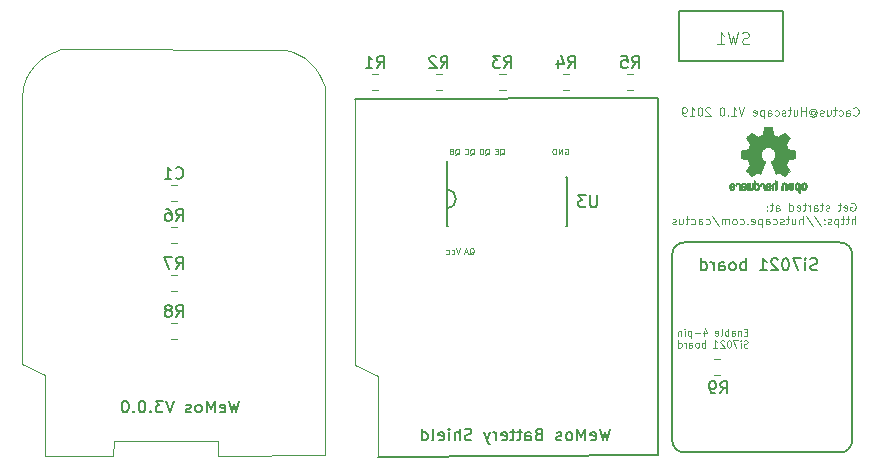
<source format=gbr>
G04 #@! TF.GenerationSoftware,KiCad,Pcbnew,(5.0.1-3-g963ef8bb5)*
G04 #@! TF.CreationDate,2019-04-05T16:02:28+08:00*
G04 #@! TF.ProjectId,cactus,6361637475732E6B696361645F706362,rev?*
G04 #@! TF.SameCoordinates,Original*
G04 #@! TF.FileFunction,Legend,Bot*
G04 #@! TF.FilePolarity,Positive*
%FSLAX46Y46*%
G04 Gerber Fmt 4.6, Leading zero omitted, Abs format (unit mm)*
G04 Created by KiCad (PCBNEW (5.0.1-3-g963ef8bb5)) date 2019 April 05, Friday 16:02:28*
%MOMM*%
%LPD*%
G01*
G04 APERTURE LIST*
%ADD10C,0.100000*%
%ADD11C,0.200000*%
%ADD12C,0.150000*%
%ADD13C,0.010000*%
%ADD14C,0.120000*%
G04 APERTURE END LIST*
D10*
X178726933Y-53643161D02*
X178584076Y-53690780D01*
X178345980Y-53690780D01*
X178250742Y-53643161D01*
X178203123Y-53595542D01*
X178155504Y-53500304D01*
X178155504Y-53405066D01*
X178203123Y-53309828D01*
X178250742Y-53262209D01*
X178345980Y-53214590D01*
X178536457Y-53166971D01*
X178631695Y-53119352D01*
X178679314Y-53071733D01*
X178726933Y-52976495D01*
X178726933Y-52881257D01*
X178679314Y-52786019D01*
X178631695Y-52738400D01*
X178536457Y-52690780D01*
X178298361Y-52690780D01*
X178155504Y-52738400D01*
X177822171Y-52690780D02*
X177584076Y-53690780D01*
X177393600Y-52976495D01*
X177203123Y-53690780D01*
X176965028Y-52690780D01*
X176060266Y-53690780D02*
X176631695Y-53690780D01*
X176345980Y-53690780D02*
X176345980Y-52690780D01*
X176441219Y-52833638D01*
X176536457Y-52928876D01*
X176631695Y-52976495D01*
X157642714Y-63088009D02*
X157690333Y-63064200D01*
X157737952Y-63016580D01*
X157809380Y-62945152D01*
X157857000Y-62921342D01*
X157904619Y-62921342D01*
X157880809Y-63040390D02*
X157928428Y-63016580D01*
X157976047Y-62968961D01*
X157999857Y-62873723D01*
X157999857Y-62707057D01*
X157976047Y-62611819D01*
X157928428Y-62564200D01*
X157880809Y-62540390D01*
X157785571Y-62540390D01*
X157737952Y-62564200D01*
X157690333Y-62611819D01*
X157666523Y-62707057D01*
X157666523Y-62873723D01*
X157690333Y-62968961D01*
X157737952Y-63016580D01*
X157785571Y-63040390D01*
X157880809Y-63040390D01*
X157452238Y-62778485D02*
X157285571Y-62778485D01*
X157214142Y-63040390D02*
X157452238Y-63040390D01*
X157452238Y-62540390D01*
X157214142Y-62540390D01*
X156396523Y-63088009D02*
X156444142Y-63064200D01*
X156491761Y-63016580D01*
X156563190Y-62945152D01*
X156610809Y-62921342D01*
X156658428Y-62921342D01*
X156634619Y-63040390D02*
X156682238Y-63016580D01*
X156729857Y-62968961D01*
X156753666Y-62873723D01*
X156753666Y-62707057D01*
X156729857Y-62611819D01*
X156682238Y-62564200D01*
X156634619Y-62540390D01*
X156539380Y-62540390D01*
X156491761Y-62564200D01*
X156444142Y-62611819D01*
X156420333Y-62707057D01*
X156420333Y-62873723D01*
X156444142Y-62968961D01*
X156491761Y-63016580D01*
X156539380Y-63040390D01*
X156634619Y-63040390D01*
X156206047Y-63040390D02*
X156206047Y-62540390D01*
X156087000Y-62540390D01*
X156015571Y-62564200D01*
X155967952Y-62611819D01*
X155944142Y-62659438D01*
X155920333Y-62754676D01*
X155920333Y-62826104D01*
X155944142Y-62921342D01*
X155967952Y-62968961D01*
X156015571Y-63016580D01*
X156087000Y-63040390D01*
X156206047Y-63040390D01*
X155126523Y-63088009D02*
X155174142Y-63064200D01*
X155221761Y-63016580D01*
X155293190Y-62945152D01*
X155340809Y-62921342D01*
X155388428Y-62921342D01*
X155364619Y-63040390D02*
X155412238Y-63016580D01*
X155459857Y-62968961D01*
X155483666Y-62873723D01*
X155483666Y-62707057D01*
X155459857Y-62611819D01*
X155412238Y-62564200D01*
X155364619Y-62540390D01*
X155269380Y-62540390D01*
X155221761Y-62564200D01*
X155174142Y-62611819D01*
X155150333Y-62707057D01*
X155150333Y-62873723D01*
X155174142Y-62968961D01*
X155221761Y-63016580D01*
X155269380Y-63040390D01*
X155364619Y-63040390D01*
X154650333Y-62992771D02*
X154674142Y-63016580D01*
X154745571Y-63040390D01*
X154793190Y-63040390D01*
X154864619Y-63016580D01*
X154912238Y-62968961D01*
X154936047Y-62921342D01*
X154959857Y-62826104D01*
X154959857Y-62754676D01*
X154936047Y-62659438D01*
X154912238Y-62611819D01*
X154864619Y-62564200D01*
X154793190Y-62540390D01*
X154745571Y-62540390D01*
X154674142Y-62564200D01*
X154650333Y-62588009D01*
X153856523Y-63088009D02*
X153904142Y-63064200D01*
X153951761Y-63016580D01*
X154023190Y-62945152D01*
X154070809Y-62921342D01*
X154118428Y-62921342D01*
X154094619Y-63040390D02*
X154142238Y-63016580D01*
X154189857Y-62968961D01*
X154213666Y-62873723D01*
X154213666Y-62707057D01*
X154189857Y-62611819D01*
X154142238Y-62564200D01*
X154094619Y-62540390D01*
X153999380Y-62540390D01*
X153951761Y-62564200D01*
X153904142Y-62611819D01*
X153880333Y-62707057D01*
X153880333Y-62873723D01*
X153904142Y-62968961D01*
X153951761Y-63016580D01*
X153999380Y-63040390D01*
X154094619Y-63040390D01*
X153499380Y-62778485D02*
X153427952Y-62802295D01*
X153404142Y-62826104D01*
X153380333Y-62873723D01*
X153380333Y-62945152D01*
X153404142Y-62992771D01*
X153427952Y-63016580D01*
X153475571Y-63040390D01*
X153666047Y-63040390D01*
X153666047Y-62540390D01*
X153499380Y-62540390D01*
X153451761Y-62564200D01*
X153427952Y-62588009D01*
X153404142Y-62635628D01*
X153404142Y-62683247D01*
X153427952Y-62730866D01*
X153451761Y-62754676D01*
X153499380Y-62778485D01*
X153666047Y-62778485D01*
X155065409Y-71495409D02*
X155113028Y-71471600D01*
X155160647Y-71423980D01*
X155232076Y-71352552D01*
X155279695Y-71328742D01*
X155327314Y-71328742D01*
X155303504Y-71447790D02*
X155351123Y-71423980D01*
X155398742Y-71376361D01*
X155422552Y-71281123D01*
X155422552Y-71114457D01*
X155398742Y-71019219D01*
X155351123Y-70971600D01*
X155303504Y-70947790D01*
X155208266Y-70947790D01*
X155160647Y-70971600D01*
X155113028Y-71019219D01*
X155089219Y-71114457D01*
X155089219Y-71281123D01*
X155113028Y-71376361D01*
X155160647Y-71423980D01*
X155208266Y-71447790D01*
X155303504Y-71447790D01*
X154898742Y-71304933D02*
X154660647Y-71304933D01*
X154946361Y-71447790D02*
X154779695Y-70947790D01*
X154613028Y-71447790D01*
X163144152Y-62564200D02*
X163191771Y-62540390D01*
X163263200Y-62540390D01*
X163334628Y-62564200D01*
X163382247Y-62611819D01*
X163406057Y-62659438D01*
X163429866Y-62754676D01*
X163429866Y-62826104D01*
X163406057Y-62921342D01*
X163382247Y-62968961D01*
X163334628Y-63016580D01*
X163263200Y-63040390D01*
X163215580Y-63040390D01*
X163144152Y-63016580D01*
X163120342Y-62992771D01*
X163120342Y-62826104D01*
X163215580Y-62826104D01*
X162906057Y-63040390D02*
X162906057Y-62540390D01*
X162620342Y-63040390D01*
X162620342Y-62540390D01*
X162382247Y-63040390D02*
X162382247Y-62540390D01*
X162263200Y-62540390D01*
X162191771Y-62564200D01*
X162144152Y-62611819D01*
X162120342Y-62659438D01*
X162096533Y-62754676D01*
X162096533Y-62826104D01*
X162120342Y-62921342D01*
X162144152Y-62968961D01*
X162191771Y-63016580D01*
X162263200Y-63040390D01*
X162382247Y-63040390D01*
X154265238Y-70947790D02*
X154098571Y-71447790D01*
X153931904Y-70947790D01*
X153550952Y-71423980D02*
X153598571Y-71447790D01*
X153693809Y-71447790D01*
X153741428Y-71423980D01*
X153765238Y-71400171D01*
X153789047Y-71352552D01*
X153789047Y-71209695D01*
X153765238Y-71162076D01*
X153741428Y-71138266D01*
X153693809Y-71114457D01*
X153598571Y-71114457D01*
X153550952Y-71138266D01*
X153122380Y-71423980D02*
X153170000Y-71447790D01*
X153265238Y-71447790D01*
X153312857Y-71423980D01*
X153336666Y-71400171D01*
X153360476Y-71352552D01*
X153360476Y-71209695D01*
X153336666Y-71162076D01*
X153312857Y-71138266D01*
X153265238Y-71114457D01*
X153170000Y-71114457D01*
X153122380Y-71138266D01*
D11*
X153162000Y-66040000D02*
G75*
G02X153162000Y-67564000I0J-762000D01*
G01*
D10*
X178608142Y-78070142D02*
X178408142Y-78070142D01*
X178322428Y-78384428D02*
X178608142Y-78384428D01*
X178608142Y-77784428D01*
X178322428Y-77784428D01*
X178065285Y-77984428D02*
X178065285Y-78384428D01*
X178065285Y-78041571D02*
X178036714Y-78013000D01*
X177979571Y-77984428D01*
X177893857Y-77984428D01*
X177836714Y-78013000D01*
X177808142Y-78070142D01*
X177808142Y-78384428D01*
X177265285Y-78384428D02*
X177265285Y-78070142D01*
X177293857Y-78013000D01*
X177351000Y-77984428D01*
X177465285Y-77984428D01*
X177522428Y-78013000D01*
X177265285Y-78355857D02*
X177322428Y-78384428D01*
X177465285Y-78384428D01*
X177522428Y-78355857D01*
X177551000Y-78298714D01*
X177551000Y-78241571D01*
X177522428Y-78184428D01*
X177465285Y-78155857D01*
X177322428Y-78155857D01*
X177265285Y-78127285D01*
X176979571Y-78384428D02*
X176979571Y-77784428D01*
X176979571Y-78013000D02*
X176922428Y-77984428D01*
X176808142Y-77984428D01*
X176751000Y-78013000D01*
X176722428Y-78041571D01*
X176693857Y-78098714D01*
X176693857Y-78270142D01*
X176722428Y-78327285D01*
X176751000Y-78355857D01*
X176808142Y-78384428D01*
X176922428Y-78384428D01*
X176979571Y-78355857D01*
X176351000Y-78384428D02*
X176408142Y-78355857D01*
X176436714Y-78298714D01*
X176436714Y-77784428D01*
X175893857Y-78355857D02*
X175951000Y-78384428D01*
X176065285Y-78384428D01*
X176122428Y-78355857D01*
X176151000Y-78298714D01*
X176151000Y-78070142D01*
X176122428Y-78013000D01*
X176065285Y-77984428D01*
X175951000Y-77984428D01*
X175893857Y-78013000D01*
X175865285Y-78070142D01*
X175865285Y-78127285D01*
X176151000Y-78184428D01*
X174893857Y-77984428D02*
X174893857Y-78384428D01*
X175036714Y-77755857D02*
X175179571Y-78184428D01*
X174808142Y-78184428D01*
X174579571Y-78155857D02*
X174122428Y-78155857D01*
X173836714Y-77984428D02*
X173836714Y-78584428D01*
X173836714Y-78013000D02*
X173779571Y-77984428D01*
X173665285Y-77984428D01*
X173608142Y-78013000D01*
X173579571Y-78041571D01*
X173551000Y-78098714D01*
X173551000Y-78270142D01*
X173579571Y-78327285D01*
X173608142Y-78355857D01*
X173665285Y-78384428D01*
X173779571Y-78384428D01*
X173836714Y-78355857D01*
X173293857Y-78384428D02*
X173293857Y-77984428D01*
X173293857Y-77784428D02*
X173322428Y-77813000D01*
X173293857Y-77841571D01*
X173265285Y-77813000D01*
X173293857Y-77784428D01*
X173293857Y-77841571D01*
X173008142Y-77984428D02*
X173008142Y-78384428D01*
X173008142Y-78041571D02*
X172979571Y-78013000D01*
X172922428Y-77984428D01*
X172836714Y-77984428D01*
X172779571Y-78013000D01*
X172751000Y-78070142D01*
X172751000Y-78384428D01*
X178636714Y-79355857D02*
X178551000Y-79384428D01*
X178408142Y-79384428D01*
X178351000Y-79355857D01*
X178322428Y-79327285D01*
X178293857Y-79270142D01*
X178293857Y-79213000D01*
X178322428Y-79155857D01*
X178351000Y-79127285D01*
X178408142Y-79098714D01*
X178522428Y-79070142D01*
X178579571Y-79041571D01*
X178608142Y-79013000D01*
X178636714Y-78955857D01*
X178636714Y-78898714D01*
X178608142Y-78841571D01*
X178579571Y-78813000D01*
X178522428Y-78784428D01*
X178379571Y-78784428D01*
X178293857Y-78813000D01*
X178036714Y-79384428D02*
X178036714Y-78984428D01*
X178036714Y-78784428D02*
X178065285Y-78813000D01*
X178036714Y-78841571D01*
X178008142Y-78813000D01*
X178036714Y-78784428D01*
X178036714Y-78841571D01*
X177808142Y-78784428D02*
X177408142Y-78784428D01*
X177665285Y-79384428D01*
X177065285Y-78784428D02*
X177008142Y-78784428D01*
X176951000Y-78813000D01*
X176922428Y-78841571D01*
X176893857Y-78898714D01*
X176865285Y-79013000D01*
X176865285Y-79155857D01*
X176893857Y-79270142D01*
X176922428Y-79327285D01*
X176951000Y-79355857D01*
X177008142Y-79384428D01*
X177065285Y-79384428D01*
X177122428Y-79355857D01*
X177151000Y-79327285D01*
X177179571Y-79270142D01*
X177208142Y-79155857D01*
X177208142Y-79013000D01*
X177179571Y-78898714D01*
X177151000Y-78841571D01*
X177122428Y-78813000D01*
X177065285Y-78784428D01*
X176636714Y-78841571D02*
X176608142Y-78813000D01*
X176551000Y-78784428D01*
X176408142Y-78784428D01*
X176351000Y-78813000D01*
X176322428Y-78841571D01*
X176293857Y-78898714D01*
X176293857Y-78955857D01*
X176322428Y-79041571D01*
X176665285Y-79384428D01*
X176293857Y-79384428D01*
X175722428Y-79384428D02*
X176065285Y-79384428D01*
X175893857Y-79384428D02*
X175893857Y-78784428D01*
X175951000Y-78870142D01*
X176008142Y-78927285D01*
X176065285Y-78955857D01*
X175008142Y-79384428D02*
X175008142Y-78784428D01*
X175008142Y-79013000D02*
X174951000Y-78984428D01*
X174836714Y-78984428D01*
X174779571Y-79013000D01*
X174751000Y-79041571D01*
X174722428Y-79098714D01*
X174722428Y-79270142D01*
X174751000Y-79327285D01*
X174779571Y-79355857D01*
X174836714Y-79384428D01*
X174951000Y-79384428D01*
X175008142Y-79355857D01*
X174379571Y-79384428D02*
X174436714Y-79355857D01*
X174465285Y-79327285D01*
X174493857Y-79270142D01*
X174493857Y-79098714D01*
X174465285Y-79041571D01*
X174436714Y-79013000D01*
X174379571Y-78984428D01*
X174293857Y-78984428D01*
X174236714Y-79013000D01*
X174208142Y-79041571D01*
X174179571Y-79098714D01*
X174179571Y-79270142D01*
X174208142Y-79327285D01*
X174236714Y-79355857D01*
X174293857Y-79384428D01*
X174379571Y-79384428D01*
X173665285Y-79384428D02*
X173665285Y-79070142D01*
X173693857Y-79013000D01*
X173751000Y-78984428D01*
X173865285Y-78984428D01*
X173922428Y-79013000D01*
X173665285Y-79355857D02*
X173722428Y-79384428D01*
X173865285Y-79384428D01*
X173922428Y-79355857D01*
X173951000Y-79298714D01*
X173951000Y-79241571D01*
X173922428Y-79184428D01*
X173865285Y-79155857D01*
X173722428Y-79155857D01*
X173665285Y-79127285D01*
X173379571Y-79384428D02*
X173379571Y-78984428D01*
X173379571Y-79098714D02*
X173351000Y-79041571D01*
X173322428Y-79013000D01*
X173265285Y-78984428D01*
X173208142Y-78984428D01*
X172751000Y-79384428D02*
X172751000Y-78784428D01*
X172751000Y-79355857D02*
X172808142Y-79384428D01*
X172922428Y-79384428D01*
X172979571Y-79355857D01*
X173008142Y-79327285D01*
X173036714Y-79270142D01*
X173036714Y-79098714D01*
X173008142Y-79041571D01*
X172979571Y-79013000D01*
X172922428Y-78984428D01*
X172808142Y-78984428D01*
X172751000Y-79013000D01*
X187582333Y-59686000D02*
X187615666Y-59719333D01*
X187715666Y-59752666D01*
X187782333Y-59752666D01*
X187882333Y-59719333D01*
X187949000Y-59652666D01*
X187982333Y-59586000D01*
X188015666Y-59452666D01*
X188015666Y-59352666D01*
X187982333Y-59219333D01*
X187949000Y-59152666D01*
X187882333Y-59086000D01*
X187782333Y-59052666D01*
X187715666Y-59052666D01*
X187615666Y-59086000D01*
X187582333Y-59119333D01*
X186982333Y-59752666D02*
X186982333Y-59386000D01*
X187015666Y-59319333D01*
X187082333Y-59286000D01*
X187215666Y-59286000D01*
X187282333Y-59319333D01*
X186982333Y-59719333D02*
X187049000Y-59752666D01*
X187215666Y-59752666D01*
X187282333Y-59719333D01*
X187315666Y-59652666D01*
X187315666Y-59586000D01*
X187282333Y-59519333D01*
X187215666Y-59486000D01*
X187049000Y-59486000D01*
X186982333Y-59452666D01*
X186349000Y-59719333D02*
X186415666Y-59752666D01*
X186549000Y-59752666D01*
X186615666Y-59719333D01*
X186649000Y-59686000D01*
X186682333Y-59619333D01*
X186682333Y-59419333D01*
X186649000Y-59352666D01*
X186615666Y-59319333D01*
X186549000Y-59286000D01*
X186415666Y-59286000D01*
X186349000Y-59319333D01*
X186149000Y-59286000D02*
X185882333Y-59286000D01*
X186049000Y-59052666D02*
X186049000Y-59652666D01*
X186015666Y-59719333D01*
X185949000Y-59752666D01*
X185882333Y-59752666D01*
X185349000Y-59286000D02*
X185349000Y-59752666D01*
X185649000Y-59286000D02*
X185649000Y-59652666D01*
X185615666Y-59719333D01*
X185549000Y-59752666D01*
X185449000Y-59752666D01*
X185382333Y-59719333D01*
X185349000Y-59686000D01*
X185049000Y-59719333D02*
X184982333Y-59752666D01*
X184849000Y-59752666D01*
X184782333Y-59719333D01*
X184749000Y-59652666D01*
X184749000Y-59619333D01*
X184782333Y-59552666D01*
X184849000Y-59519333D01*
X184949000Y-59519333D01*
X185015666Y-59486000D01*
X185049000Y-59419333D01*
X185049000Y-59386000D01*
X185015666Y-59319333D01*
X184949000Y-59286000D01*
X184849000Y-59286000D01*
X184782333Y-59319333D01*
X184015666Y-59419333D02*
X184049000Y-59386000D01*
X184115666Y-59352666D01*
X184182333Y-59352666D01*
X184249000Y-59386000D01*
X184282333Y-59419333D01*
X184315666Y-59486000D01*
X184315666Y-59552666D01*
X184282333Y-59619333D01*
X184249000Y-59652666D01*
X184182333Y-59686000D01*
X184115666Y-59686000D01*
X184049000Y-59652666D01*
X184015666Y-59619333D01*
X184015666Y-59352666D02*
X184015666Y-59619333D01*
X183982333Y-59652666D01*
X183949000Y-59652666D01*
X183882333Y-59619333D01*
X183849000Y-59552666D01*
X183849000Y-59386000D01*
X183915666Y-59286000D01*
X184015666Y-59219333D01*
X184149000Y-59186000D01*
X184282333Y-59219333D01*
X184382333Y-59286000D01*
X184449000Y-59386000D01*
X184482333Y-59519333D01*
X184449000Y-59652666D01*
X184382333Y-59752666D01*
X184282333Y-59819333D01*
X184149000Y-59852666D01*
X184015666Y-59819333D01*
X183915666Y-59752666D01*
X183549000Y-59752666D02*
X183549000Y-59052666D01*
X183549000Y-59386000D02*
X183149000Y-59386000D01*
X183149000Y-59752666D02*
X183149000Y-59052666D01*
X182515666Y-59286000D02*
X182515666Y-59752666D01*
X182815666Y-59286000D02*
X182815666Y-59652666D01*
X182782333Y-59719333D01*
X182715666Y-59752666D01*
X182615666Y-59752666D01*
X182549000Y-59719333D01*
X182515666Y-59686000D01*
X182282333Y-59286000D02*
X182015666Y-59286000D01*
X182182333Y-59052666D02*
X182182333Y-59652666D01*
X182149000Y-59719333D01*
X182082333Y-59752666D01*
X182015666Y-59752666D01*
X181815666Y-59719333D02*
X181749000Y-59752666D01*
X181615666Y-59752666D01*
X181549000Y-59719333D01*
X181515666Y-59652666D01*
X181515666Y-59619333D01*
X181549000Y-59552666D01*
X181615666Y-59519333D01*
X181715666Y-59519333D01*
X181782333Y-59486000D01*
X181815666Y-59419333D01*
X181815666Y-59386000D01*
X181782333Y-59319333D01*
X181715666Y-59286000D01*
X181615666Y-59286000D01*
X181549000Y-59319333D01*
X180915666Y-59719333D02*
X180982333Y-59752666D01*
X181115666Y-59752666D01*
X181182333Y-59719333D01*
X181215666Y-59686000D01*
X181249000Y-59619333D01*
X181249000Y-59419333D01*
X181215666Y-59352666D01*
X181182333Y-59319333D01*
X181115666Y-59286000D01*
X180982333Y-59286000D01*
X180915666Y-59319333D01*
X180315666Y-59752666D02*
X180315666Y-59386000D01*
X180349000Y-59319333D01*
X180415666Y-59286000D01*
X180549000Y-59286000D01*
X180615666Y-59319333D01*
X180315666Y-59719333D02*
X180382333Y-59752666D01*
X180549000Y-59752666D01*
X180615666Y-59719333D01*
X180649000Y-59652666D01*
X180649000Y-59586000D01*
X180615666Y-59519333D01*
X180549000Y-59486000D01*
X180382333Y-59486000D01*
X180315666Y-59452666D01*
X179982333Y-59286000D02*
X179982333Y-59986000D01*
X179982333Y-59319333D02*
X179915666Y-59286000D01*
X179782333Y-59286000D01*
X179715666Y-59319333D01*
X179682333Y-59352666D01*
X179649000Y-59419333D01*
X179649000Y-59619333D01*
X179682333Y-59686000D01*
X179715666Y-59719333D01*
X179782333Y-59752666D01*
X179915666Y-59752666D01*
X179982333Y-59719333D01*
X179082333Y-59719333D02*
X179149000Y-59752666D01*
X179282333Y-59752666D01*
X179349000Y-59719333D01*
X179382333Y-59652666D01*
X179382333Y-59386000D01*
X179349000Y-59319333D01*
X179282333Y-59286000D01*
X179149000Y-59286000D01*
X179082333Y-59319333D01*
X179049000Y-59386000D01*
X179049000Y-59452666D01*
X179382333Y-59519333D01*
X178315666Y-59052666D02*
X178082333Y-59752666D01*
X177849000Y-59052666D01*
X177249000Y-59752666D02*
X177649000Y-59752666D01*
X177449000Y-59752666D02*
X177449000Y-59052666D01*
X177515666Y-59152666D01*
X177582333Y-59219333D01*
X177649000Y-59252666D01*
X176949000Y-59686000D02*
X176915666Y-59719333D01*
X176949000Y-59752666D01*
X176982333Y-59719333D01*
X176949000Y-59686000D01*
X176949000Y-59752666D01*
X176482333Y-59052666D02*
X176415666Y-59052666D01*
X176349000Y-59086000D01*
X176315666Y-59119333D01*
X176282333Y-59186000D01*
X176249000Y-59319333D01*
X176249000Y-59486000D01*
X176282333Y-59619333D01*
X176315666Y-59686000D01*
X176349000Y-59719333D01*
X176415666Y-59752666D01*
X176482333Y-59752666D01*
X176549000Y-59719333D01*
X176582333Y-59686000D01*
X176615666Y-59619333D01*
X176649000Y-59486000D01*
X176649000Y-59319333D01*
X176615666Y-59186000D01*
X176582333Y-59119333D01*
X176549000Y-59086000D01*
X176482333Y-59052666D01*
X175449000Y-59119333D02*
X175415666Y-59086000D01*
X175349000Y-59052666D01*
X175182333Y-59052666D01*
X175115666Y-59086000D01*
X175082333Y-59119333D01*
X175049000Y-59186000D01*
X175049000Y-59252666D01*
X175082333Y-59352666D01*
X175482333Y-59752666D01*
X175049000Y-59752666D01*
X174615666Y-59052666D02*
X174549000Y-59052666D01*
X174482333Y-59086000D01*
X174449000Y-59119333D01*
X174415666Y-59186000D01*
X174382333Y-59319333D01*
X174382333Y-59486000D01*
X174415666Y-59619333D01*
X174449000Y-59686000D01*
X174482333Y-59719333D01*
X174549000Y-59752666D01*
X174615666Y-59752666D01*
X174682333Y-59719333D01*
X174715666Y-59686000D01*
X174749000Y-59619333D01*
X174782333Y-59486000D01*
X174782333Y-59319333D01*
X174749000Y-59186000D01*
X174715666Y-59119333D01*
X174682333Y-59086000D01*
X174615666Y-59052666D01*
X173715666Y-59752666D02*
X174115666Y-59752666D01*
X173915666Y-59752666D02*
X173915666Y-59052666D01*
X173982333Y-59152666D01*
X174049000Y-59219333D01*
X174115666Y-59252666D01*
X173382333Y-59752666D02*
X173249000Y-59752666D01*
X173182333Y-59719333D01*
X173149000Y-59686000D01*
X173082333Y-59586000D01*
X173049000Y-59452666D01*
X173049000Y-59186000D01*
X173082333Y-59119333D01*
X173115666Y-59086000D01*
X173182333Y-59052666D01*
X173315666Y-59052666D01*
X173382333Y-59086000D01*
X173415666Y-59119333D01*
X173449000Y-59186000D01*
X173449000Y-59352666D01*
X173415666Y-59419333D01*
X173382333Y-59452666D01*
X173315666Y-59486000D01*
X173182333Y-59486000D01*
X173115666Y-59452666D01*
X173082333Y-59419333D01*
X173049000Y-59352666D01*
X187361666Y-67147000D02*
X187428333Y-67113666D01*
X187528333Y-67113666D01*
X187628333Y-67147000D01*
X187695000Y-67213666D01*
X187728333Y-67280333D01*
X187761666Y-67413666D01*
X187761666Y-67513666D01*
X187728333Y-67647000D01*
X187695000Y-67713666D01*
X187628333Y-67780333D01*
X187528333Y-67813666D01*
X187461666Y-67813666D01*
X187361666Y-67780333D01*
X187328333Y-67747000D01*
X187328333Y-67513666D01*
X187461666Y-67513666D01*
X186761666Y-67780333D02*
X186828333Y-67813666D01*
X186961666Y-67813666D01*
X187028333Y-67780333D01*
X187061666Y-67713666D01*
X187061666Y-67447000D01*
X187028333Y-67380333D01*
X186961666Y-67347000D01*
X186828333Y-67347000D01*
X186761666Y-67380333D01*
X186728333Y-67447000D01*
X186728333Y-67513666D01*
X187061666Y-67580333D01*
X186528333Y-67347000D02*
X186261666Y-67347000D01*
X186428333Y-67113666D02*
X186428333Y-67713666D01*
X186395000Y-67780333D01*
X186328333Y-67813666D01*
X186261666Y-67813666D01*
X185528333Y-67780333D02*
X185461666Y-67813666D01*
X185328333Y-67813666D01*
X185261666Y-67780333D01*
X185228333Y-67713666D01*
X185228333Y-67680333D01*
X185261666Y-67613666D01*
X185328333Y-67580333D01*
X185428333Y-67580333D01*
X185495000Y-67547000D01*
X185528333Y-67480333D01*
X185528333Y-67447000D01*
X185495000Y-67380333D01*
X185428333Y-67347000D01*
X185328333Y-67347000D01*
X185261666Y-67380333D01*
X185028333Y-67347000D02*
X184761666Y-67347000D01*
X184928333Y-67113666D02*
X184928333Y-67713666D01*
X184895000Y-67780333D01*
X184828333Y-67813666D01*
X184761666Y-67813666D01*
X184228333Y-67813666D02*
X184228333Y-67447000D01*
X184261666Y-67380333D01*
X184328333Y-67347000D01*
X184461666Y-67347000D01*
X184528333Y-67380333D01*
X184228333Y-67780333D02*
X184295000Y-67813666D01*
X184461666Y-67813666D01*
X184528333Y-67780333D01*
X184561666Y-67713666D01*
X184561666Y-67647000D01*
X184528333Y-67580333D01*
X184461666Y-67547000D01*
X184295000Y-67547000D01*
X184228333Y-67513666D01*
X183895000Y-67813666D02*
X183895000Y-67347000D01*
X183895000Y-67480333D02*
X183861666Y-67413666D01*
X183828333Y-67380333D01*
X183761666Y-67347000D01*
X183695000Y-67347000D01*
X183561666Y-67347000D02*
X183295000Y-67347000D01*
X183461666Y-67113666D02*
X183461666Y-67713666D01*
X183428333Y-67780333D01*
X183361666Y-67813666D01*
X183295000Y-67813666D01*
X182795000Y-67780333D02*
X182861666Y-67813666D01*
X182995000Y-67813666D01*
X183061666Y-67780333D01*
X183095000Y-67713666D01*
X183095000Y-67447000D01*
X183061666Y-67380333D01*
X182995000Y-67347000D01*
X182861666Y-67347000D01*
X182795000Y-67380333D01*
X182761666Y-67447000D01*
X182761666Y-67513666D01*
X183095000Y-67580333D01*
X182161666Y-67813666D02*
X182161666Y-67113666D01*
X182161666Y-67780333D02*
X182228333Y-67813666D01*
X182361666Y-67813666D01*
X182428333Y-67780333D01*
X182461666Y-67747000D01*
X182495000Y-67680333D01*
X182495000Y-67480333D01*
X182461666Y-67413666D01*
X182428333Y-67380333D01*
X182361666Y-67347000D01*
X182228333Y-67347000D01*
X182161666Y-67380333D01*
X180995000Y-67813666D02*
X180995000Y-67447000D01*
X181028333Y-67380333D01*
X181095000Y-67347000D01*
X181228333Y-67347000D01*
X181295000Y-67380333D01*
X180995000Y-67780333D02*
X181061666Y-67813666D01*
X181228333Y-67813666D01*
X181295000Y-67780333D01*
X181328333Y-67713666D01*
X181328333Y-67647000D01*
X181295000Y-67580333D01*
X181228333Y-67547000D01*
X181061666Y-67547000D01*
X180995000Y-67513666D01*
X180761666Y-67347000D02*
X180495000Y-67347000D01*
X180661666Y-67113666D02*
X180661666Y-67713666D01*
X180628333Y-67780333D01*
X180561666Y-67813666D01*
X180495000Y-67813666D01*
X180261666Y-67747000D02*
X180228333Y-67780333D01*
X180261666Y-67813666D01*
X180295000Y-67780333D01*
X180261666Y-67747000D01*
X180261666Y-67813666D01*
X180261666Y-67380333D02*
X180228333Y-67413666D01*
X180261666Y-67447000D01*
X180295000Y-67413666D01*
X180261666Y-67380333D01*
X180261666Y-67447000D01*
X187728333Y-68963666D02*
X187728333Y-68263666D01*
X187428333Y-68963666D02*
X187428333Y-68597000D01*
X187461666Y-68530333D01*
X187528333Y-68497000D01*
X187628333Y-68497000D01*
X187695000Y-68530333D01*
X187728333Y-68563666D01*
X187195000Y-68497000D02*
X186928333Y-68497000D01*
X187095000Y-68263666D02*
X187095000Y-68863666D01*
X187061666Y-68930333D01*
X186995000Y-68963666D01*
X186928333Y-68963666D01*
X186795000Y-68497000D02*
X186528333Y-68497000D01*
X186695000Y-68263666D02*
X186695000Y-68863666D01*
X186661666Y-68930333D01*
X186595000Y-68963666D01*
X186528333Y-68963666D01*
X186295000Y-68497000D02*
X186295000Y-69197000D01*
X186295000Y-68530333D02*
X186228333Y-68497000D01*
X186095000Y-68497000D01*
X186028333Y-68530333D01*
X185995000Y-68563666D01*
X185961666Y-68630333D01*
X185961666Y-68830333D01*
X185995000Y-68897000D01*
X186028333Y-68930333D01*
X186095000Y-68963666D01*
X186228333Y-68963666D01*
X186295000Y-68930333D01*
X185695000Y-68930333D02*
X185628333Y-68963666D01*
X185495000Y-68963666D01*
X185428333Y-68930333D01*
X185395000Y-68863666D01*
X185395000Y-68830333D01*
X185428333Y-68763666D01*
X185495000Y-68730333D01*
X185595000Y-68730333D01*
X185661666Y-68697000D01*
X185695000Y-68630333D01*
X185695000Y-68597000D01*
X185661666Y-68530333D01*
X185595000Y-68497000D01*
X185495000Y-68497000D01*
X185428333Y-68530333D01*
X185095000Y-68897000D02*
X185061666Y-68930333D01*
X185095000Y-68963666D01*
X185128333Y-68930333D01*
X185095000Y-68897000D01*
X185095000Y-68963666D01*
X185095000Y-68530333D02*
X185061666Y-68563666D01*
X185095000Y-68597000D01*
X185128333Y-68563666D01*
X185095000Y-68530333D01*
X185095000Y-68597000D01*
X184261666Y-68230333D02*
X184861666Y-69130333D01*
X183528333Y-68230333D02*
X184128333Y-69130333D01*
X183295000Y-68963666D02*
X183295000Y-68263666D01*
X182995000Y-68963666D02*
X182995000Y-68597000D01*
X183028333Y-68530333D01*
X183095000Y-68497000D01*
X183195000Y-68497000D01*
X183261666Y-68530333D01*
X183295000Y-68563666D01*
X182361666Y-68497000D02*
X182361666Y-68963666D01*
X182661666Y-68497000D02*
X182661666Y-68863666D01*
X182628333Y-68930333D01*
X182561666Y-68963666D01*
X182461666Y-68963666D01*
X182395000Y-68930333D01*
X182361666Y-68897000D01*
X182128333Y-68497000D02*
X181861666Y-68497000D01*
X182028333Y-68263666D02*
X182028333Y-68863666D01*
X181995000Y-68930333D01*
X181928333Y-68963666D01*
X181861666Y-68963666D01*
X181661666Y-68930333D02*
X181595000Y-68963666D01*
X181461666Y-68963666D01*
X181395000Y-68930333D01*
X181361666Y-68863666D01*
X181361666Y-68830333D01*
X181395000Y-68763666D01*
X181461666Y-68730333D01*
X181561666Y-68730333D01*
X181628333Y-68697000D01*
X181661666Y-68630333D01*
X181661666Y-68597000D01*
X181628333Y-68530333D01*
X181561666Y-68497000D01*
X181461666Y-68497000D01*
X181395000Y-68530333D01*
X180761666Y-68930333D02*
X180828333Y-68963666D01*
X180961666Y-68963666D01*
X181028333Y-68930333D01*
X181061666Y-68897000D01*
X181095000Y-68830333D01*
X181095000Y-68630333D01*
X181061666Y-68563666D01*
X181028333Y-68530333D01*
X180961666Y-68497000D01*
X180828333Y-68497000D01*
X180761666Y-68530333D01*
X180161666Y-68963666D02*
X180161666Y-68597000D01*
X180195000Y-68530333D01*
X180261666Y-68497000D01*
X180395000Y-68497000D01*
X180461666Y-68530333D01*
X180161666Y-68930333D02*
X180228333Y-68963666D01*
X180395000Y-68963666D01*
X180461666Y-68930333D01*
X180495000Y-68863666D01*
X180495000Y-68797000D01*
X180461666Y-68730333D01*
X180395000Y-68697000D01*
X180228333Y-68697000D01*
X180161666Y-68663666D01*
X179828333Y-68497000D02*
X179828333Y-69197000D01*
X179828333Y-68530333D02*
X179761666Y-68497000D01*
X179628333Y-68497000D01*
X179561666Y-68530333D01*
X179528333Y-68563666D01*
X179495000Y-68630333D01*
X179495000Y-68830333D01*
X179528333Y-68897000D01*
X179561666Y-68930333D01*
X179628333Y-68963666D01*
X179761666Y-68963666D01*
X179828333Y-68930333D01*
X178928333Y-68930333D02*
X178995000Y-68963666D01*
X179128333Y-68963666D01*
X179195000Y-68930333D01*
X179228333Y-68863666D01*
X179228333Y-68597000D01*
X179195000Y-68530333D01*
X179128333Y-68497000D01*
X178995000Y-68497000D01*
X178928333Y-68530333D01*
X178895000Y-68597000D01*
X178895000Y-68663666D01*
X179228333Y-68730333D01*
X178595000Y-68897000D02*
X178561666Y-68930333D01*
X178595000Y-68963666D01*
X178628333Y-68930333D01*
X178595000Y-68897000D01*
X178595000Y-68963666D01*
X177961666Y-68930333D02*
X178028333Y-68963666D01*
X178161666Y-68963666D01*
X178228333Y-68930333D01*
X178261666Y-68897000D01*
X178295000Y-68830333D01*
X178295000Y-68630333D01*
X178261666Y-68563666D01*
X178228333Y-68530333D01*
X178161666Y-68497000D01*
X178028333Y-68497000D01*
X177961666Y-68530333D01*
X177561666Y-68963666D02*
X177628333Y-68930333D01*
X177661666Y-68897000D01*
X177695000Y-68830333D01*
X177695000Y-68630333D01*
X177661666Y-68563666D01*
X177628333Y-68530333D01*
X177561666Y-68497000D01*
X177461666Y-68497000D01*
X177395000Y-68530333D01*
X177361666Y-68563666D01*
X177328333Y-68630333D01*
X177328333Y-68830333D01*
X177361666Y-68897000D01*
X177395000Y-68930333D01*
X177461666Y-68963666D01*
X177561666Y-68963666D01*
X177028333Y-68963666D02*
X177028333Y-68497000D01*
X177028333Y-68563666D02*
X176995000Y-68530333D01*
X176928333Y-68497000D01*
X176828333Y-68497000D01*
X176761666Y-68530333D01*
X176728333Y-68597000D01*
X176728333Y-68963666D01*
X176728333Y-68597000D02*
X176695000Y-68530333D01*
X176628333Y-68497000D01*
X176528333Y-68497000D01*
X176461666Y-68530333D01*
X176428333Y-68597000D01*
X176428333Y-68963666D01*
X175595000Y-68230333D02*
X176195000Y-69130333D01*
X175061666Y-68930333D02*
X175128333Y-68963666D01*
X175261666Y-68963666D01*
X175328333Y-68930333D01*
X175361666Y-68897000D01*
X175395000Y-68830333D01*
X175395000Y-68630333D01*
X175361666Y-68563666D01*
X175328333Y-68530333D01*
X175261666Y-68497000D01*
X175128333Y-68497000D01*
X175061666Y-68530333D01*
X174461666Y-68963666D02*
X174461666Y-68597000D01*
X174495000Y-68530333D01*
X174561666Y-68497000D01*
X174695000Y-68497000D01*
X174761666Y-68530333D01*
X174461666Y-68930333D02*
X174528333Y-68963666D01*
X174695000Y-68963666D01*
X174761666Y-68930333D01*
X174795000Y-68863666D01*
X174795000Y-68797000D01*
X174761666Y-68730333D01*
X174695000Y-68697000D01*
X174528333Y-68697000D01*
X174461666Y-68663666D01*
X173828333Y-68930333D02*
X173895000Y-68963666D01*
X174028333Y-68963666D01*
X174095000Y-68930333D01*
X174128333Y-68897000D01*
X174161666Y-68830333D01*
X174161666Y-68630333D01*
X174128333Y-68563666D01*
X174095000Y-68530333D01*
X174028333Y-68497000D01*
X173895000Y-68497000D01*
X173828333Y-68530333D01*
X173628333Y-68497000D02*
X173361666Y-68497000D01*
X173528333Y-68263666D02*
X173528333Y-68863666D01*
X173495000Y-68930333D01*
X173428333Y-68963666D01*
X173361666Y-68963666D01*
X172828333Y-68497000D02*
X172828333Y-68963666D01*
X173128333Y-68497000D02*
X173128333Y-68863666D01*
X173095000Y-68930333D01*
X173028333Y-68963666D01*
X172928333Y-68963666D01*
X172861666Y-68930333D01*
X172828333Y-68897000D01*
X172528333Y-68930333D02*
X172461666Y-68963666D01*
X172328333Y-68963666D01*
X172261666Y-68930333D01*
X172228333Y-68863666D01*
X172228333Y-68830333D01*
X172261666Y-68763666D01*
X172328333Y-68730333D01*
X172428333Y-68730333D01*
X172495000Y-68697000D01*
X172528333Y-68630333D01*
X172528333Y-68597000D01*
X172495000Y-68530333D01*
X172428333Y-68497000D01*
X172328333Y-68497000D01*
X172261666Y-68530333D01*
D12*
X184506571Y-72794761D02*
X184363714Y-72842380D01*
X184125619Y-72842380D01*
X184030380Y-72794761D01*
X183982761Y-72747142D01*
X183935142Y-72651904D01*
X183935142Y-72556666D01*
X183982761Y-72461428D01*
X184030380Y-72413809D01*
X184125619Y-72366190D01*
X184316095Y-72318571D01*
X184411333Y-72270952D01*
X184458952Y-72223333D01*
X184506571Y-72128095D01*
X184506571Y-72032857D01*
X184458952Y-71937619D01*
X184411333Y-71890000D01*
X184316095Y-71842380D01*
X184078000Y-71842380D01*
X183935142Y-71890000D01*
X183506571Y-72842380D02*
X183506571Y-72175714D01*
X183506571Y-71842380D02*
X183554190Y-71890000D01*
X183506571Y-71937619D01*
X183458952Y-71890000D01*
X183506571Y-71842380D01*
X183506571Y-71937619D01*
X183125619Y-71842380D02*
X182458952Y-71842380D01*
X182887523Y-72842380D01*
X181887523Y-71842380D02*
X181792285Y-71842380D01*
X181697047Y-71890000D01*
X181649428Y-71937619D01*
X181601809Y-72032857D01*
X181554190Y-72223333D01*
X181554190Y-72461428D01*
X181601809Y-72651904D01*
X181649428Y-72747142D01*
X181697047Y-72794761D01*
X181792285Y-72842380D01*
X181887523Y-72842380D01*
X181982761Y-72794761D01*
X182030380Y-72747142D01*
X182078000Y-72651904D01*
X182125619Y-72461428D01*
X182125619Y-72223333D01*
X182078000Y-72032857D01*
X182030380Y-71937619D01*
X181982761Y-71890000D01*
X181887523Y-71842380D01*
X181173238Y-71937619D02*
X181125619Y-71890000D01*
X181030380Y-71842380D01*
X180792285Y-71842380D01*
X180697047Y-71890000D01*
X180649428Y-71937619D01*
X180601809Y-72032857D01*
X180601809Y-72128095D01*
X180649428Y-72270952D01*
X181220857Y-72842380D01*
X180601809Y-72842380D01*
X179649428Y-72842380D02*
X180220857Y-72842380D01*
X179935142Y-72842380D02*
X179935142Y-71842380D01*
X180030380Y-71985238D01*
X180125619Y-72080476D01*
X180220857Y-72128095D01*
X178458952Y-72842380D02*
X178458952Y-71842380D01*
X178458952Y-72223333D02*
X178363714Y-72175714D01*
X178173238Y-72175714D01*
X178078000Y-72223333D01*
X178030380Y-72270952D01*
X177982761Y-72366190D01*
X177982761Y-72651904D01*
X178030380Y-72747142D01*
X178078000Y-72794761D01*
X178173238Y-72842380D01*
X178363714Y-72842380D01*
X178458952Y-72794761D01*
X177411333Y-72842380D02*
X177506571Y-72794761D01*
X177554190Y-72747142D01*
X177601809Y-72651904D01*
X177601809Y-72366190D01*
X177554190Y-72270952D01*
X177506571Y-72223333D01*
X177411333Y-72175714D01*
X177268476Y-72175714D01*
X177173238Y-72223333D01*
X177125619Y-72270952D01*
X177078000Y-72366190D01*
X177078000Y-72651904D01*
X177125619Y-72747142D01*
X177173238Y-72794761D01*
X177268476Y-72842380D01*
X177411333Y-72842380D01*
X176220857Y-72842380D02*
X176220857Y-72318571D01*
X176268476Y-72223333D01*
X176363714Y-72175714D01*
X176554190Y-72175714D01*
X176649428Y-72223333D01*
X176220857Y-72794761D02*
X176316095Y-72842380D01*
X176554190Y-72842380D01*
X176649428Y-72794761D01*
X176697047Y-72699523D01*
X176697047Y-72604285D01*
X176649428Y-72509047D01*
X176554190Y-72461428D01*
X176316095Y-72461428D01*
X176220857Y-72413809D01*
X175744666Y-72842380D02*
X175744666Y-72175714D01*
X175744666Y-72366190D02*
X175697047Y-72270952D01*
X175649428Y-72223333D01*
X175554190Y-72175714D01*
X175458952Y-72175714D01*
X174697047Y-72842380D02*
X174697047Y-71842380D01*
X174697047Y-72794761D02*
X174792285Y-72842380D01*
X174982761Y-72842380D01*
X175078000Y-72794761D01*
X175125619Y-72747142D01*
X175173238Y-72651904D01*
X175173238Y-72366190D01*
X175125619Y-72270952D01*
X175078000Y-72223333D01*
X174982761Y-72175714D01*
X174792285Y-72175714D01*
X174697047Y-72223333D01*
D13*
G04 #@! TO.C,LOGO*
G36*
X180236090Y-60742348D02*
X180157546Y-60742778D01*
X180100702Y-60743942D01*
X180061895Y-60746207D01*
X180037462Y-60749940D01*
X180023738Y-60755506D01*
X180017060Y-60763273D01*
X180013764Y-60773605D01*
X180013444Y-60774943D01*
X180008438Y-60799079D01*
X179999171Y-60846701D01*
X179986608Y-60912741D01*
X179971713Y-60992128D01*
X179955449Y-61079796D01*
X179954881Y-61082875D01*
X179938590Y-61168789D01*
X179923348Y-61244696D01*
X179910139Y-61306045D01*
X179899946Y-61348282D01*
X179893752Y-61366855D01*
X179893457Y-61367184D01*
X179875212Y-61376253D01*
X179837595Y-61391367D01*
X179788729Y-61409262D01*
X179788457Y-61409358D01*
X179726907Y-61432493D01*
X179654343Y-61461965D01*
X179585943Y-61491597D01*
X179582706Y-61493062D01*
X179471298Y-61543626D01*
X179224601Y-61375160D01*
X179148923Y-61323803D01*
X179080369Y-61277889D01*
X179022912Y-61240030D01*
X178980524Y-61212837D01*
X178957175Y-61198921D01*
X178954958Y-61197889D01*
X178937990Y-61202484D01*
X178906299Y-61224655D01*
X178858648Y-61265447D01*
X178793802Y-61325905D01*
X178727603Y-61390227D01*
X178663786Y-61453612D01*
X178606671Y-61511451D01*
X178559695Y-61560175D01*
X178526297Y-61596210D01*
X178509915Y-61615984D01*
X178509306Y-61617002D01*
X178507495Y-61630572D01*
X178514317Y-61652733D01*
X178531460Y-61686478D01*
X178560607Y-61734800D01*
X178603445Y-61800692D01*
X178660552Y-61885517D01*
X178711234Y-61960177D01*
X178756539Y-62027140D01*
X178793850Y-62082516D01*
X178820548Y-62122420D01*
X178834015Y-62142962D01*
X178834863Y-62144356D01*
X178833219Y-62164038D01*
X178820755Y-62202293D01*
X178799952Y-62251889D01*
X178792538Y-62267728D01*
X178760186Y-62338290D01*
X178725672Y-62418353D01*
X178697635Y-62487629D01*
X178677432Y-62539045D01*
X178661385Y-62578119D01*
X178652112Y-62598541D01*
X178650959Y-62600114D01*
X178633904Y-62602721D01*
X178593702Y-62609863D01*
X178535698Y-62620523D01*
X178465237Y-62633685D01*
X178387665Y-62648333D01*
X178308328Y-62663449D01*
X178232569Y-62678018D01*
X178165736Y-62691022D01*
X178113172Y-62701445D01*
X178080224Y-62708270D01*
X178072143Y-62710199D01*
X178063795Y-62714962D01*
X178057494Y-62725718D01*
X178052955Y-62746098D01*
X178049896Y-62779734D01*
X178048033Y-62830255D01*
X178047082Y-62901292D01*
X178046760Y-62996476D01*
X178046743Y-63035492D01*
X178046743Y-63352799D01*
X178122943Y-63367839D01*
X178165337Y-63375995D01*
X178228600Y-63387899D01*
X178305038Y-63402116D01*
X178386957Y-63417210D01*
X178409600Y-63421355D01*
X178485194Y-63436053D01*
X178551047Y-63450505D01*
X178601634Y-63463375D01*
X178631426Y-63473322D01*
X178636388Y-63476287D01*
X178648574Y-63497283D01*
X178666047Y-63537967D01*
X178685423Y-63590322D01*
X178689266Y-63601600D01*
X178714661Y-63671523D01*
X178746183Y-63750418D01*
X178777031Y-63821266D01*
X178777183Y-63821595D01*
X178828553Y-63932733D01*
X178659601Y-64181253D01*
X178490648Y-64429772D01*
X178707571Y-64647058D01*
X178773181Y-64711726D01*
X178833021Y-64768733D01*
X178883733Y-64815033D01*
X178921954Y-64847584D01*
X178944325Y-64863343D01*
X178947534Y-64864343D01*
X178966374Y-64856469D01*
X179004820Y-64834578D01*
X179058670Y-64801267D01*
X179123724Y-64759131D01*
X179194060Y-64711943D01*
X179265445Y-64663810D01*
X179329092Y-64621928D01*
X179380959Y-64588871D01*
X179417005Y-64567218D01*
X179433133Y-64559543D01*
X179452811Y-64566037D01*
X179490125Y-64583150D01*
X179537379Y-64607326D01*
X179542388Y-64610013D01*
X179606023Y-64641927D01*
X179649659Y-64657579D01*
X179676798Y-64657745D01*
X179690943Y-64643204D01*
X179691025Y-64643000D01*
X179698095Y-64625779D01*
X179714958Y-64584899D01*
X179740305Y-64523525D01*
X179772829Y-64444819D01*
X179811222Y-64351947D01*
X179854178Y-64248072D01*
X179895778Y-64147502D01*
X179941496Y-64036516D01*
X179983474Y-63933703D01*
X180020452Y-63842215D01*
X180051173Y-63765201D01*
X180074378Y-63705815D01*
X180088810Y-63667209D01*
X180093257Y-63652800D01*
X180082104Y-63636272D01*
X180052931Y-63609930D01*
X180014029Y-63580887D01*
X179903243Y-63489039D01*
X179816649Y-63383759D01*
X179755284Y-63267266D01*
X179720185Y-63141776D01*
X179712392Y-63009507D01*
X179718057Y-62948457D01*
X179748922Y-62821795D01*
X179802080Y-62709941D01*
X179874233Y-62614001D01*
X179962083Y-62535076D01*
X180062335Y-62474270D01*
X180171690Y-62432687D01*
X180286853Y-62411428D01*
X180404525Y-62411599D01*
X180521410Y-62434301D01*
X180634211Y-62480638D01*
X180739631Y-62551713D01*
X180783632Y-62591911D01*
X180868021Y-62695129D01*
X180926778Y-62807925D01*
X180960296Y-62927010D01*
X180968965Y-63049095D01*
X180953177Y-63170893D01*
X180913322Y-63289116D01*
X180849793Y-63400475D01*
X180762979Y-63501684D01*
X180665971Y-63580887D01*
X180625563Y-63611162D01*
X180597018Y-63637219D01*
X180586743Y-63652825D01*
X180592123Y-63669843D01*
X180607425Y-63710500D01*
X180631388Y-63771642D01*
X180662756Y-63850119D01*
X180700268Y-63942780D01*
X180742667Y-64046472D01*
X180784337Y-64147526D01*
X180830310Y-64258607D01*
X180872893Y-64361541D01*
X180910779Y-64453165D01*
X180942660Y-64530316D01*
X180967229Y-64589831D01*
X180983180Y-64628544D01*
X180989090Y-64643000D01*
X181003052Y-64657685D01*
X181030060Y-64657642D01*
X181073587Y-64642099D01*
X181137110Y-64610284D01*
X181137612Y-64610013D01*
X181185440Y-64585323D01*
X181224103Y-64567338D01*
X181245905Y-64559614D01*
X181246867Y-64559543D01*
X181263279Y-64567378D01*
X181299513Y-64589165D01*
X181351526Y-64622328D01*
X181415275Y-64664291D01*
X181485940Y-64711943D01*
X181557884Y-64760191D01*
X181622726Y-64802151D01*
X181676265Y-64835227D01*
X181714303Y-64856821D01*
X181732467Y-64864343D01*
X181749192Y-64854457D01*
X181782820Y-64826826D01*
X181829990Y-64784495D01*
X181887342Y-64730505D01*
X181951516Y-64667899D01*
X181972503Y-64646983D01*
X182189501Y-64429623D01*
X182024332Y-64187220D01*
X181974136Y-64112781D01*
X181930081Y-64045972D01*
X181894638Y-63990665D01*
X181870281Y-63950729D01*
X181859478Y-63930036D01*
X181859162Y-63928563D01*
X181864857Y-63909058D01*
X181880174Y-63869822D01*
X181902463Y-63817430D01*
X181918107Y-63782355D01*
X181947359Y-63715201D01*
X181974906Y-63647358D01*
X181996263Y-63590034D01*
X182002065Y-63572572D01*
X182018548Y-63525938D01*
X182034660Y-63489905D01*
X182043510Y-63476287D01*
X182063040Y-63467952D01*
X182105666Y-63456137D01*
X182165855Y-63442181D01*
X182238078Y-63427422D01*
X182270400Y-63421355D01*
X182352478Y-63406273D01*
X182431205Y-63391669D01*
X182498891Y-63378980D01*
X182547840Y-63369642D01*
X182557057Y-63367839D01*
X182633257Y-63352799D01*
X182633257Y-63035492D01*
X182633086Y-62931154D01*
X182632384Y-62852213D01*
X182630866Y-62795038D01*
X182628251Y-62755999D01*
X182624254Y-62731465D01*
X182618591Y-62717805D01*
X182610980Y-62711389D01*
X182607857Y-62710199D01*
X182589022Y-62705980D01*
X182547412Y-62697562D01*
X182488370Y-62685961D01*
X182417243Y-62672195D01*
X182339375Y-62657280D01*
X182260113Y-62642232D01*
X182184802Y-62628069D01*
X182118787Y-62615806D01*
X182067413Y-62606461D01*
X182036025Y-62601050D01*
X182029041Y-62600114D01*
X182022715Y-62587596D01*
X182008710Y-62554246D01*
X181989645Y-62506377D01*
X181982366Y-62487629D01*
X181953004Y-62415195D01*
X181918429Y-62335170D01*
X181887463Y-62267728D01*
X181864677Y-62216159D01*
X181849518Y-62173785D01*
X181844458Y-62147834D01*
X181845264Y-62144356D01*
X181855959Y-62127936D01*
X181880380Y-62091417D01*
X181915905Y-62038687D01*
X181959913Y-61973635D01*
X182009783Y-61900151D01*
X182019644Y-61885645D01*
X182077508Y-61799704D01*
X182120044Y-61734261D01*
X182148946Y-61686304D01*
X182165910Y-61652820D01*
X182172633Y-61630795D01*
X182170810Y-61617217D01*
X182170764Y-61617131D01*
X182156414Y-61599297D01*
X182124677Y-61564817D01*
X182078990Y-61517268D01*
X182022796Y-61460222D01*
X181959532Y-61397255D01*
X181952398Y-61390227D01*
X181872670Y-61313020D01*
X181811143Y-61256330D01*
X181766579Y-61219110D01*
X181737743Y-61200315D01*
X181725042Y-61197889D01*
X181706506Y-61208471D01*
X181668039Y-61232916D01*
X181613614Y-61268612D01*
X181547202Y-61312947D01*
X181472775Y-61363311D01*
X181455399Y-61375160D01*
X181208703Y-61543626D01*
X181097294Y-61493062D01*
X181029543Y-61463595D01*
X180956817Y-61433959D01*
X180894297Y-61410330D01*
X180891543Y-61409358D01*
X180842640Y-61391457D01*
X180804943Y-61376320D01*
X180786575Y-61367210D01*
X180786544Y-61367184D01*
X180780715Y-61350717D01*
X180770808Y-61310219D01*
X180757805Y-61250242D01*
X180742691Y-61175340D01*
X180726448Y-61090064D01*
X180725119Y-61082875D01*
X180708825Y-60995014D01*
X180693867Y-60915260D01*
X180681209Y-60848681D01*
X180671814Y-60800347D01*
X180666646Y-60775325D01*
X180666556Y-60774943D01*
X180663411Y-60764299D01*
X180657296Y-60756262D01*
X180644547Y-60750467D01*
X180621500Y-60746547D01*
X180584491Y-60744135D01*
X180529856Y-60742865D01*
X180453933Y-60742371D01*
X180353056Y-60742286D01*
X180340000Y-60742286D01*
X180236090Y-60742348D01*
X180236090Y-60742348D01*
G37*
X180236090Y-60742348D02*
X180157546Y-60742778D01*
X180100702Y-60743942D01*
X180061895Y-60746207D01*
X180037462Y-60749940D01*
X180023738Y-60755506D01*
X180017060Y-60763273D01*
X180013764Y-60773605D01*
X180013444Y-60774943D01*
X180008438Y-60799079D01*
X179999171Y-60846701D01*
X179986608Y-60912741D01*
X179971713Y-60992128D01*
X179955449Y-61079796D01*
X179954881Y-61082875D01*
X179938590Y-61168789D01*
X179923348Y-61244696D01*
X179910139Y-61306045D01*
X179899946Y-61348282D01*
X179893752Y-61366855D01*
X179893457Y-61367184D01*
X179875212Y-61376253D01*
X179837595Y-61391367D01*
X179788729Y-61409262D01*
X179788457Y-61409358D01*
X179726907Y-61432493D01*
X179654343Y-61461965D01*
X179585943Y-61491597D01*
X179582706Y-61493062D01*
X179471298Y-61543626D01*
X179224601Y-61375160D01*
X179148923Y-61323803D01*
X179080369Y-61277889D01*
X179022912Y-61240030D01*
X178980524Y-61212837D01*
X178957175Y-61198921D01*
X178954958Y-61197889D01*
X178937990Y-61202484D01*
X178906299Y-61224655D01*
X178858648Y-61265447D01*
X178793802Y-61325905D01*
X178727603Y-61390227D01*
X178663786Y-61453612D01*
X178606671Y-61511451D01*
X178559695Y-61560175D01*
X178526297Y-61596210D01*
X178509915Y-61615984D01*
X178509306Y-61617002D01*
X178507495Y-61630572D01*
X178514317Y-61652733D01*
X178531460Y-61686478D01*
X178560607Y-61734800D01*
X178603445Y-61800692D01*
X178660552Y-61885517D01*
X178711234Y-61960177D01*
X178756539Y-62027140D01*
X178793850Y-62082516D01*
X178820548Y-62122420D01*
X178834015Y-62142962D01*
X178834863Y-62144356D01*
X178833219Y-62164038D01*
X178820755Y-62202293D01*
X178799952Y-62251889D01*
X178792538Y-62267728D01*
X178760186Y-62338290D01*
X178725672Y-62418353D01*
X178697635Y-62487629D01*
X178677432Y-62539045D01*
X178661385Y-62578119D01*
X178652112Y-62598541D01*
X178650959Y-62600114D01*
X178633904Y-62602721D01*
X178593702Y-62609863D01*
X178535698Y-62620523D01*
X178465237Y-62633685D01*
X178387665Y-62648333D01*
X178308328Y-62663449D01*
X178232569Y-62678018D01*
X178165736Y-62691022D01*
X178113172Y-62701445D01*
X178080224Y-62708270D01*
X178072143Y-62710199D01*
X178063795Y-62714962D01*
X178057494Y-62725718D01*
X178052955Y-62746098D01*
X178049896Y-62779734D01*
X178048033Y-62830255D01*
X178047082Y-62901292D01*
X178046760Y-62996476D01*
X178046743Y-63035492D01*
X178046743Y-63352799D01*
X178122943Y-63367839D01*
X178165337Y-63375995D01*
X178228600Y-63387899D01*
X178305038Y-63402116D01*
X178386957Y-63417210D01*
X178409600Y-63421355D01*
X178485194Y-63436053D01*
X178551047Y-63450505D01*
X178601634Y-63463375D01*
X178631426Y-63473322D01*
X178636388Y-63476287D01*
X178648574Y-63497283D01*
X178666047Y-63537967D01*
X178685423Y-63590322D01*
X178689266Y-63601600D01*
X178714661Y-63671523D01*
X178746183Y-63750418D01*
X178777031Y-63821266D01*
X178777183Y-63821595D01*
X178828553Y-63932733D01*
X178659601Y-64181253D01*
X178490648Y-64429772D01*
X178707571Y-64647058D01*
X178773181Y-64711726D01*
X178833021Y-64768733D01*
X178883733Y-64815033D01*
X178921954Y-64847584D01*
X178944325Y-64863343D01*
X178947534Y-64864343D01*
X178966374Y-64856469D01*
X179004820Y-64834578D01*
X179058670Y-64801267D01*
X179123724Y-64759131D01*
X179194060Y-64711943D01*
X179265445Y-64663810D01*
X179329092Y-64621928D01*
X179380959Y-64588871D01*
X179417005Y-64567218D01*
X179433133Y-64559543D01*
X179452811Y-64566037D01*
X179490125Y-64583150D01*
X179537379Y-64607326D01*
X179542388Y-64610013D01*
X179606023Y-64641927D01*
X179649659Y-64657579D01*
X179676798Y-64657745D01*
X179690943Y-64643204D01*
X179691025Y-64643000D01*
X179698095Y-64625779D01*
X179714958Y-64584899D01*
X179740305Y-64523525D01*
X179772829Y-64444819D01*
X179811222Y-64351947D01*
X179854178Y-64248072D01*
X179895778Y-64147502D01*
X179941496Y-64036516D01*
X179983474Y-63933703D01*
X180020452Y-63842215D01*
X180051173Y-63765201D01*
X180074378Y-63705815D01*
X180088810Y-63667209D01*
X180093257Y-63652800D01*
X180082104Y-63636272D01*
X180052931Y-63609930D01*
X180014029Y-63580887D01*
X179903243Y-63489039D01*
X179816649Y-63383759D01*
X179755284Y-63267266D01*
X179720185Y-63141776D01*
X179712392Y-63009507D01*
X179718057Y-62948457D01*
X179748922Y-62821795D01*
X179802080Y-62709941D01*
X179874233Y-62614001D01*
X179962083Y-62535076D01*
X180062335Y-62474270D01*
X180171690Y-62432687D01*
X180286853Y-62411428D01*
X180404525Y-62411599D01*
X180521410Y-62434301D01*
X180634211Y-62480638D01*
X180739631Y-62551713D01*
X180783632Y-62591911D01*
X180868021Y-62695129D01*
X180926778Y-62807925D01*
X180960296Y-62927010D01*
X180968965Y-63049095D01*
X180953177Y-63170893D01*
X180913322Y-63289116D01*
X180849793Y-63400475D01*
X180762979Y-63501684D01*
X180665971Y-63580887D01*
X180625563Y-63611162D01*
X180597018Y-63637219D01*
X180586743Y-63652825D01*
X180592123Y-63669843D01*
X180607425Y-63710500D01*
X180631388Y-63771642D01*
X180662756Y-63850119D01*
X180700268Y-63942780D01*
X180742667Y-64046472D01*
X180784337Y-64147526D01*
X180830310Y-64258607D01*
X180872893Y-64361541D01*
X180910779Y-64453165D01*
X180942660Y-64530316D01*
X180967229Y-64589831D01*
X180983180Y-64628544D01*
X180989090Y-64643000D01*
X181003052Y-64657685D01*
X181030060Y-64657642D01*
X181073587Y-64642099D01*
X181137110Y-64610284D01*
X181137612Y-64610013D01*
X181185440Y-64585323D01*
X181224103Y-64567338D01*
X181245905Y-64559614D01*
X181246867Y-64559543D01*
X181263279Y-64567378D01*
X181299513Y-64589165D01*
X181351526Y-64622328D01*
X181415275Y-64664291D01*
X181485940Y-64711943D01*
X181557884Y-64760191D01*
X181622726Y-64802151D01*
X181676265Y-64835227D01*
X181714303Y-64856821D01*
X181732467Y-64864343D01*
X181749192Y-64854457D01*
X181782820Y-64826826D01*
X181829990Y-64784495D01*
X181887342Y-64730505D01*
X181951516Y-64667899D01*
X181972503Y-64646983D01*
X182189501Y-64429623D01*
X182024332Y-64187220D01*
X181974136Y-64112781D01*
X181930081Y-64045972D01*
X181894638Y-63990665D01*
X181870281Y-63950729D01*
X181859478Y-63930036D01*
X181859162Y-63928563D01*
X181864857Y-63909058D01*
X181880174Y-63869822D01*
X181902463Y-63817430D01*
X181918107Y-63782355D01*
X181947359Y-63715201D01*
X181974906Y-63647358D01*
X181996263Y-63590034D01*
X182002065Y-63572572D01*
X182018548Y-63525938D01*
X182034660Y-63489905D01*
X182043510Y-63476287D01*
X182063040Y-63467952D01*
X182105666Y-63456137D01*
X182165855Y-63442181D01*
X182238078Y-63427422D01*
X182270400Y-63421355D01*
X182352478Y-63406273D01*
X182431205Y-63391669D01*
X182498891Y-63378980D01*
X182547840Y-63369642D01*
X182557057Y-63367839D01*
X182633257Y-63352799D01*
X182633257Y-63035492D01*
X182633086Y-62931154D01*
X182632384Y-62852213D01*
X182630866Y-62795038D01*
X182628251Y-62755999D01*
X182624254Y-62731465D01*
X182618591Y-62717805D01*
X182610980Y-62711389D01*
X182607857Y-62710199D01*
X182589022Y-62705980D01*
X182547412Y-62697562D01*
X182488370Y-62685961D01*
X182417243Y-62672195D01*
X182339375Y-62657280D01*
X182260113Y-62642232D01*
X182184802Y-62628069D01*
X182118787Y-62615806D01*
X182067413Y-62606461D01*
X182036025Y-62601050D01*
X182029041Y-62600114D01*
X182022715Y-62587596D01*
X182008710Y-62554246D01*
X181989645Y-62506377D01*
X181982366Y-62487629D01*
X181953004Y-62415195D01*
X181918429Y-62335170D01*
X181887463Y-62267728D01*
X181864677Y-62216159D01*
X181849518Y-62173785D01*
X181844458Y-62147834D01*
X181845264Y-62144356D01*
X181855959Y-62127936D01*
X181880380Y-62091417D01*
X181915905Y-62038687D01*
X181959913Y-61973635D01*
X182009783Y-61900151D01*
X182019644Y-61885645D01*
X182077508Y-61799704D01*
X182120044Y-61734261D01*
X182148946Y-61686304D01*
X182165910Y-61652820D01*
X182172633Y-61630795D01*
X182170810Y-61617217D01*
X182170764Y-61617131D01*
X182156414Y-61599297D01*
X182124677Y-61564817D01*
X182078990Y-61517268D01*
X182022796Y-61460222D01*
X181959532Y-61397255D01*
X181952398Y-61390227D01*
X181872670Y-61313020D01*
X181811143Y-61256330D01*
X181766579Y-61219110D01*
X181737743Y-61200315D01*
X181725042Y-61197889D01*
X181706506Y-61208471D01*
X181668039Y-61232916D01*
X181613614Y-61268612D01*
X181547202Y-61312947D01*
X181472775Y-61363311D01*
X181455399Y-61375160D01*
X181208703Y-61543626D01*
X181097294Y-61493062D01*
X181029543Y-61463595D01*
X180956817Y-61433959D01*
X180894297Y-61410330D01*
X180891543Y-61409358D01*
X180842640Y-61391457D01*
X180804943Y-61376320D01*
X180786575Y-61367210D01*
X180786544Y-61367184D01*
X180780715Y-61350717D01*
X180770808Y-61310219D01*
X180757805Y-61250242D01*
X180742691Y-61175340D01*
X180726448Y-61090064D01*
X180725119Y-61082875D01*
X180708825Y-60995014D01*
X180693867Y-60915260D01*
X180681209Y-60848681D01*
X180671814Y-60800347D01*
X180666646Y-60775325D01*
X180666556Y-60774943D01*
X180663411Y-60764299D01*
X180657296Y-60756262D01*
X180644547Y-60750467D01*
X180621500Y-60746547D01*
X180584491Y-60744135D01*
X180529856Y-60742865D01*
X180453933Y-60742371D01*
X180353056Y-60742286D01*
X180340000Y-60742286D01*
X180236090Y-60742348D01*
G36*
X177186405Y-65466966D02*
X177128979Y-65504497D01*
X177101281Y-65538096D01*
X177079338Y-65599064D01*
X177077595Y-65647308D01*
X177081543Y-65711816D01*
X177230314Y-65776934D01*
X177302651Y-65810202D01*
X177349916Y-65836964D01*
X177374493Y-65860144D01*
X177378763Y-65882667D01*
X177365111Y-65907455D01*
X177350057Y-65923886D01*
X177306254Y-65950235D01*
X177258611Y-65952081D01*
X177214855Y-65931546D01*
X177182711Y-65890752D01*
X177176962Y-65876347D01*
X177149424Y-65831356D01*
X177117742Y-65812182D01*
X177074286Y-65795779D01*
X177074286Y-65857966D01*
X177078128Y-65900283D01*
X177093177Y-65935969D01*
X177124720Y-65976943D01*
X177129408Y-65982267D01*
X177164494Y-66018720D01*
X177194653Y-66038283D01*
X177232385Y-66047283D01*
X177263665Y-66050230D01*
X177319615Y-66050965D01*
X177359445Y-66041660D01*
X177384292Y-66027846D01*
X177423344Y-65997467D01*
X177450375Y-65964613D01*
X177467483Y-65923294D01*
X177476762Y-65867521D01*
X177480307Y-65791305D01*
X177480590Y-65752622D01*
X177479628Y-65706247D01*
X177391993Y-65706247D01*
X177390977Y-65731126D01*
X177388444Y-65735200D01*
X177371726Y-65729665D01*
X177335751Y-65715017D01*
X177287669Y-65694190D01*
X177277614Y-65689714D01*
X177216848Y-65658814D01*
X177183368Y-65631657D01*
X177176010Y-65606220D01*
X177193609Y-65580481D01*
X177208144Y-65569109D01*
X177260590Y-65546364D01*
X177309678Y-65550122D01*
X177350773Y-65577884D01*
X177379242Y-65627152D01*
X177388369Y-65666257D01*
X177391993Y-65706247D01*
X177479628Y-65706247D01*
X177478715Y-65662249D01*
X177471804Y-65595384D01*
X177458116Y-65546695D01*
X177435904Y-65510849D01*
X177403426Y-65482513D01*
X177389267Y-65473355D01*
X177324947Y-65449507D01*
X177254527Y-65448006D01*
X177186405Y-65466966D01*
X177186405Y-65466966D01*
G37*
X177186405Y-65466966D02*
X177128979Y-65504497D01*
X177101281Y-65538096D01*
X177079338Y-65599064D01*
X177077595Y-65647308D01*
X177081543Y-65711816D01*
X177230314Y-65776934D01*
X177302651Y-65810202D01*
X177349916Y-65836964D01*
X177374493Y-65860144D01*
X177378763Y-65882667D01*
X177365111Y-65907455D01*
X177350057Y-65923886D01*
X177306254Y-65950235D01*
X177258611Y-65952081D01*
X177214855Y-65931546D01*
X177182711Y-65890752D01*
X177176962Y-65876347D01*
X177149424Y-65831356D01*
X177117742Y-65812182D01*
X177074286Y-65795779D01*
X177074286Y-65857966D01*
X177078128Y-65900283D01*
X177093177Y-65935969D01*
X177124720Y-65976943D01*
X177129408Y-65982267D01*
X177164494Y-66018720D01*
X177194653Y-66038283D01*
X177232385Y-66047283D01*
X177263665Y-66050230D01*
X177319615Y-66050965D01*
X177359445Y-66041660D01*
X177384292Y-66027846D01*
X177423344Y-65997467D01*
X177450375Y-65964613D01*
X177467483Y-65923294D01*
X177476762Y-65867521D01*
X177480307Y-65791305D01*
X177480590Y-65752622D01*
X177479628Y-65706247D01*
X177391993Y-65706247D01*
X177390977Y-65731126D01*
X177388444Y-65735200D01*
X177371726Y-65729665D01*
X177335751Y-65715017D01*
X177287669Y-65694190D01*
X177277614Y-65689714D01*
X177216848Y-65658814D01*
X177183368Y-65631657D01*
X177176010Y-65606220D01*
X177193609Y-65580481D01*
X177208144Y-65569109D01*
X177260590Y-65546364D01*
X177309678Y-65550122D01*
X177350773Y-65577884D01*
X177379242Y-65627152D01*
X177388369Y-65666257D01*
X177391993Y-65706247D01*
X177479628Y-65706247D01*
X177478715Y-65662249D01*
X177471804Y-65595384D01*
X177458116Y-65546695D01*
X177435904Y-65510849D01*
X177403426Y-65482513D01*
X177389267Y-65473355D01*
X177324947Y-65449507D01*
X177254527Y-65448006D01*
X177186405Y-65466966D01*
G36*
X177687400Y-65458752D02*
X177670052Y-65466334D01*
X177628644Y-65499128D01*
X177593235Y-65546547D01*
X177571336Y-65597151D01*
X177567771Y-65622098D01*
X177579721Y-65656927D01*
X177605933Y-65675357D01*
X177634036Y-65686516D01*
X177646905Y-65688572D01*
X177653171Y-65673649D01*
X177665544Y-65641175D01*
X177670972Y-65626502D01*
X177701410Y-65575744D01*
X177745480Y-65550427D01*
X177801990Y-65551206D01*
X177806175Y-65552203D01*
X177836345Y-65566507D01*
X177858524Y-65594393D01*
X177873673Y-65639287D01*
X177882750Y-65704615D01*
X177886714Y-65793804D01*
X177887086Y-65841261D01*
X177887270Y-65916071D01*
X177888478Y-65967069D01*
X177891691Y-65999471D01*
X177897891Y-66018495D01*
X177908060Y-66029356D01*
X177923181Y-66037272D01*
X177924054Y-66037670D01*
X177953172Y-66049981D01*
X177967597Y-66054514D01*
X177969814Y-66040809D01*
X177971711Y-66002925D01*
X177973153Y-65945715D01*
X177974002Y-65874027D01*
X177974171Y-65821565D01*
X177973308Y-65720047D01*
X177969930Y-65643032D01*
X177962858Y-65586023D01*
X177950912Y-65544526D01*
X177932910Y-65514043D01*
X177907673Y-65490080D01*
X177882753Y-65473355D01*
X177822829Y-65451097D01*
X177753089Y-65446076D01*
X177687400Y-65458752D01*
X177687400Y-65458752D01*
G37*
X177687400Y-65458752D02*
X177670052Y-65466334D01*
X177628644Y-65499128D01*
X177593235Y-65546547D01*
X177571336Y-65597151D01*
X177567771Y-65622098D01*
X177579721Y-65656927D01*
X177605933Y-65675357D01*
X177634036Y-65686516D01*
X177646905Y-65688572D01*
X177653171Y-65673649D01*
X177665544Y-65641175D01*
X177670972Y-65626502D01*
X177701410Y-65575744D01*
X177745480Y-65550427D01*
X177801990Y-65551206D01*
X177806175Y-65552203D01*
X177836345Y-65566507D01*
X177858524Y-65594393D01*
X177873673Y-65639287D01*
X177882750Y-65704615D01*
X177886714Y-65793804D01*
X177887086Y-65841261D01*
X177887270Y-65916071D01*
X177888478Y-65967069D01*
X177891691Y-65999471D01*
X177897891Y-66018495D01*
X177908060Y-66029356D01*
X177923181Y-66037272D01*
X177924054Y-66037670D01*
X177953172Y-66049981D01*
X177967597Y-66054514D01*
X177969814Y-66040809D01*
X177971711Y-66002925D01*
X177973153Y-65945715D01*
X177974002Y-65874027D01*
X177974171Y-65821565D01*
X177973308Y-65720047D01*
X177969930Y-65643032D01*
X177962858Y-65586023D01*
X177950912Y-65544526D01*
X177932910Y-65514043D01*
X177907673Y-65490080D01*
X177882753Y-65473355D01*
X177822829Y-65451097D01*
X177753089Y-65446076D01*
X177687400Y-65458752D01*
G36*
X178195124Y-65456335D02*
X178153333Y-65475344D01*
X178120531Y-65498378D01*
X178096497Y-65524133D01*
X178079903Y-65557358D01*
X178069423Y-65602800D01*
X178063729Y-65665207D01*
X178061493Y-65749327D01*
X178061257Y-65804721D01*
X178061257Y-66020826D01*
X178098226Y-66037670D01*
X178127344Y-66049981D01*
X178141769Y-66054514D01*
X178144528Y-66041025D01*
X178146718Y-66004653D01*
X178148058Y-65951542D01*
X178148343Y-65909372D01*
X178149566Y-65848447D01*
X178152864Y-65800115D01*
X178157679Y-65770518D01*
X178161504Y-65764229D01*
X178187217Y-65770652D01*
X178227582Y-65787125D01*
X178274321Y-65809458D01*
X178319155Y-65833457D01*
X178353807Y-65854930D01*
X178369998Y-65869685D01*
X178370062Y-65869845D01*
X178368670Y-65897152D01*
X178356182Y-65923219D01*
X178334257Y-65944392D01*
X178302257Y-65951474D01*
X178274908Y-65950649D01*
X178236174Y-65950042D01*
X178215842Y-65959116D01*
X178203631Y-65983092D01*
X178202091Y-65987613D01*
X178196797Y-66021806D01*
X178210953Y-66042568D01*
X178247852Y-66052462D01*
X178287711Y-66054292D01*
X178359438Y-66040727D01*
X178396568Y-66021355D01*
X178442424Y-65975845D01*
X178466744Y-65919983D01*
X178468927Y-65860957D01*
X178448371Y-65805953D01*
X178417451Y-65771486D01*
X178386580Y-65752189D01*
X178338058Y-65727759D01*
X178281515Y-65702985D01*
X178272090Y-65699199D01*
X178209981Y-65671791D01*
X178174178Y-65647634D01*
X178162663Y-65623619D01*
X178173420Y-65596635D01*
X178191886Y-65575543D01*
X178235531Y-65549572D01*
X178283554Y-65547624D01*
X178327594Y-65567637D01*
X178359291Y-65607551D01*
X178363451Y-65617848D01*
X178387673Y-65655724D01*
X178423035Y-65683842D01*
X178467657Y-65706917D01*
X178467657Y-65641485D01*
X178465031Y-65601506D01*
X178453770Y-65569997D01*
X178428801Y-65536378D01*
X178404831Y-65510484D01*
X178367559Y-65473817D01*
X178338599Y-65454121D01*
X178307495Y-65446220D01*
X178272287Y-65444914D01*
X178195124Y-65456335D01*
X178195124Y-65456335D01*
G37*
X178195124Y-65456335D02*
X178153333Y-65475344D01*
X178120531Y-65498378D01*
X178096497Y-65524133D01*
X178079903Y-65557358D01*
X178069423Y-65602800D01*
X178063729Y-65665207D01*
X178061493Y-65749327D01*
X178061257Y-65804721D01*
X178061257Y-66020826D01*
X178098226Y-66037670D01*
X178127344Y-66049981D01*
X178141769Y-66054514D01*
X178144528Y-66041025D01*
X178146718Y-66004653D01*
X178148058Y-65951542D01*
X178148343Y-65909372D01*
X178149566Y-65848447D01*
X178152864Y-65800115D01*
X178157679Y-65770518D01*
X178161504Y-65764229D01*
X178187217Y-65770652D01*
X178227582Y-65787125D01*
X178274321Y-65809458D01*
X178319155Y-65833457D01*
X178353807Y-65854930D01*
X178369998Y-65869685D01*
X178370062Y-65869845D01*
X178368670Y-65897152D01*
X178356182Y-65923219D01*
X178334257Y-65944392D01*
X178302257Y-65951474D01*
X178274908Y-65950649D01*
X178236174Y-65950042D01*
X178215842Y-65959116D01*
X178203631Y-65983092D01*
X178202091Y-65987613D01*
X178196797Y-66021806D01*
X178210953Y-66042568D01*
X178247852Y-66052462D01*
X178287711Y-66054292D01*
X178359438Y-66040727D01*
X178396568Y-66021355D01*
X178442424Y-65975845D01*
X178466744Y-65919983D01*
X178468927Y-65860957D01*
X178448371Y-65805953D01*
X178417451Y-65771486D01*
X178386580Y-65752189D01*
X178338058Y-65727759D01*
X178281515Y-65702985D01*
X178272090Y-65699199D01*
X178209981Y-65671791D01*
X178174178Y-65647634D01*
X178162663Y-65623619D01*
X178173420Y-65596635D01*
X178191886Y-65575543D01*
X178235531Y-65549572D01*
X178283554Y-65547624D01*
X178327594Y-65567637D01*
X178359291Y-65607551D01*
X178363451Y-65617848D01*
X178387673Y-65655724D01*
X178423035Y-65683842D01*
X178467657Y-65706917D01*
X178467657Y-65641485D01*
X178465031Y-65601506D01*
X178453770Y-65569997D01*
X178428801Y-65536378D01*
X178404831Y-65510484D01*
X178367559Y-65473817D01*
X178338599Y-65454121D01*
X178307495Y-65446220D01*
X178272287Y-65444914D01*
X178195124Y-65456335D01*
G36*
X178560167Y-65458663D02*
X178557952Y-65496850D01*
X178556216Y-65554886D01*
X178555101Y-65628180D01*
X178554743Y-65705055D01*
X178554743Y-65965196D01*
X178600674Y-66011127D01*
X178632325Y-66039429D01*
X178660110Y-66050893D01*
X178698085Y-66050168D01*
X178713160Y-66048321D01*
X178760274Y-66042948D01*
X178799244Y-66039869D01*
X178808743Y-66039585D01*
X178840767Y-66041445D01*
X178886568Y-66046114D01*
X178904326Y-66048321D01*
X178947943Y-66051735D01*
X178977255Y-66044320D01*
X179006320Y-66021427D01*
X179016812Y-66011127D01*
X179062743Y-65965196D01*
X179062743Y-65478602D01*
X179025774Y-65461758D01*
X178993941Y-65449282D01*
X178975317Y-65444914D01*
X178970542Y-65458718D01*
X178966079Y-65497286D01*
X178962225Y-65556356D01*
X178959278Y-65631663D01*
X178957857Y-65695286D01*
X178953886Y-65945657D01*
X178919241Y-65950556D01*
X178887732Y-65947131D01*
X178872292Y-65936041D01*
X178867977Y-65915308D01*
X178864292Y-65871145D01*
X178861531Y-65809146D01*
X178859988Y-65734909D01*
X178859765Y-65696706D01*
X178859543Y-65476783D01*
X178813834Y-65460849D01*
X178781482Y-65450015D01*
X178763885Y-65444962D01*
X178763377Y-65444914D01*
X178761612Y-65458648D01*
X178759671Y-65496730D01*
X178757718Y-65554482D01*
X178755916Y-65627227D01*
X178754657Y-65695286D01*
X178750686Y-65945657D01*
X178663600Y-65945657D01*
X178659604Y-65717240D01*
X178655608Y-65488822D01*
X178613153Y-65466868D01*
X178581808Y-65451793D01*
X178563256Y-65444951D01*
X178562721Y-65444914D01*
X178560167Y-65458663D01*
X178560167Y-65458663D01*
G37*
X178560167Y-65458663D02*
X178557952Y-65496850D01*
X178556216Y-65554886D01*
X178555101Y-65628180D01*
X178554743Y-65705055D01*
X178554743Y-65965196D01*
X178600674Y-66011127D01*
X178632325Y-66039429D01*
X178660110Y-66050893D01*
X178698085Y-66050168D01*
X178713160Y-66048321D01*
X178760274Y-66042948D01*
X178799244Y-66039869D01*
X178808743Y-66039585D01*
X178840767Y-66041445D01*
X178886568Y-66046114D01*
X178904326Y-66048321D01*
X178947943Y-66051735D01*
X178977255Y-66044320D01*
X179006320Y-66021427D01*
X179016812Y-66011127D01*
X179062743Y-65965196D01*
X179062743Y-65478602D01*
X179025774Y-65461758D01*
X178993941Y-65449282D01*
X178975317Y-65444914D01*
X178970542Y-65458718D01*
X178966079Y-65497286D01*
X178962225Y-65556356D01*
X178959278Y-65631663D01*
X178957857Y-65695286D01*
X178953886Y-65945657D01*
X178919241Y-65950556D01*
X178887732Y-65947131D01*
X178872292Y-65936041D01*
X178867977Y-65915308D01*
X178864292Y-65871145D01*
X178861531Y-65809146D01*
X178859988Y-65734909D01*
X178859765Y-65696706D01*
X178859543Y-65476783D01*
X178813834Y-65460849D01*
X178781482Y-65450015D01*
X178763885Y-65444962D01*
X178763377Y-65444914D01*
X178761612Y-65458648D01*
X178759671Y-65496730D01*
X178757718Y-65554482D01*
X178755916Y-65627227D01*
X178754657Y-65695286D01*
X178750686Y-65945657D01*
X178663600Y-65945657D01*
X178659604Y-65717240D01*
X178655608Y-65488822D01*
X178613153Y-65466868D01*
X178581808Y-65451793D01*
X178563256Y-65444951D01*
X178562721Y-65444914D01*
X178560167Y-65458663D01*
G36*
X179149883Y-65565358D02*
X179150067Y-65673837D01*
X179150781Y-65757287D01*
X179152325Y-65819704D01*
X179154999Y-65865085D01*
X179159106Y-65897429D01*
X179164945Y-65920733D01*
X179172818Y-65938995D01*
X179178779Y-65949418D01*
X179228145Y-66005945D01*
X179290736Y-66041377D01*
X179359987Y-66054090D01*
X179429332Y-66042463D01*
X179470625Y-66021568D01*
X179513975Y-65985422D01*
X179543519Y-65941276D01*
X179561345Y-65883462D01*
X179569537Y-65806313D01*
X179570698Y-65749714D01*
X179570542Y-65745647D01*
X179469143Y-65745647D01*
X179468524Y-65810550D01*
X179465686Y-65853514D01*
X179459160Y-65881622D01*
X179447477Y-65901953D01*
X179433517Y-65917288D01*
X179386635Y-65946890D01*
X179336299Y-65949419D01*
X179288724Y-65924705D01*
X179285021Y-65921356D01*
X179269217Y-65903935D01*
X179259307Y-65883209D01*
X179253942Y-65852362D01*
X179251772Y-65804577D01*
X179251429Y-65751748D01*
X179252173Y-65685381D01*
X179255252Y-65641106D01*
X179261939Y-65612009D01*
X179273504Y-65591173D01*
X179282987Y-65580107D01*
X179327040Y-65552198D01*
X179377776Y-65548843D01*
X179426204Y-65570159D01*
X179435550Y-65578073D01*
X179451460Y-65595647D01*
X179461390Y-65616587D01*
X179466722Y-65647782D01*
X179468837Y-65696122D01*
X179469143Y-65745647D01*
X179570542Y-65745647D01*
X179567190Y-65658568D01*
X179555274Y-65590086D01*
X179532865Y-65538600D01*
X179497876Y-65498443D01*
X179470625Y-65477861D01*
X179421093Y-65455625D01*
X179363684Y-65445304D01*
X179310318Y-65448067D01*
X179280457Y-65459212D01*
X179268739Y-65462383D01*
X179260963Y-65450557D01*
X179255535Y-65418866D01*
X179251429Y-65370593D01*
X179246933Y-65316829D01*
X179240687Y-65284482D01*
X179229324Y-65265985D01*
X179209472Y-65253770D01*
X179197000Y-65248362D01*
X179149829Y-65228601D01*
X179149883Y-65565358D01*
X179149883Y-65565358D01*
G37*
X179149883Y-65565358D02*
X179150067Y-65673837D01*
X179150781Y-65757287D01*
X179152325Y-65819704D01*
X179154999Y-65865085D01*
X179159106Y-65897429D01*
X179164945Y-65920733D01*
X179172818Y-65938995D01*
X179178779Y-65949418D01*
X179228145Y-66005945D01*
X179290736Y-66041377D01*
X179359987Y-66054090D01*
X179429332Y-66042463D01*
X179470625Y-66021568D01*
X179513975Y-65985422D01*
X179543519Y-65941276D01*
X179561345Y-65883462D01*
X179569537Y-65806313D01*
X179570698Y-65749714D01*
X179570542Y-65745647D01*
X179469143Y-65745647D01*
X179468524Y-65810550D01*
X179465686Y-65853514D01*
X179459160Y-65881622D01*
X179447477Y-65901953D01*
X179433517Y-65917288D01*
X179386635Y-65946890D01*
X179336299Y-65949419D01*
X179288724Y-65924705D01*
X179285021Y-65921356D01*
X179269217Y-65903935D01*
X179259307Y-65883209D01*
X179253942Y-65852362D01*
X179251772Y-65804577D01*
X179251429Y-65751748D01*
X179252173Y-65685381D01*
X179255252Y-65641106D01*
X179261939Y-65612009D01*
X179273504Y-65591173D01*
X179282987Y-65580107D01*
X179327040Y-65552198D01*
X179377776Y-65548843D01*
X179426204Y-65570159D01*
X179435550Y-65578073D01*
X179451460Y-65595647D01*
X179461390Y-65616587D01*
X179466722Y-65647782D01*
X179468837Y-65696122D01*
X179469143Y-65745647D01*
X179570542Y-65745647D01*
X179567190Y-65658568D01*
X179555274Y-65590086D01*
X179532865Y-65538600D01*
X179497876Y-65498443D01*
X179470625Y-65477861D01*
X179421093Y-65455625D01*
X179363684Y-65445304D01*
X179310318Y-65448067D01*
X179280457Y-65459212D01*
X179268739Y-65462383D01*
X179260963Y-65450557D01*
X179255535Y-65418866D01*
X179251429Y-65370593D01*
X179246933Y-65316829D01*
X179240687Y-65284482D01*
X179229324Y-65265985D01*
X179209472Y-65253770D01*
X179197000Y-65248362D01*
X179149829Y-65228601D01*
X179149883Y-65565358D01*
G36*
X179810074Y-65449755D02*
X179744142Y-65474084D01*
X179690727Y-65517117D01*
X179669836Y-65547409D01*
X179647061Y-65602994D01*
X179647534Y-65643186D01*
X179671438Y-65670217D01*
X179680283Y-65674813D01*
X179718470Y-65689144D01*
X179737972Y-65685472D01*
X179744578Y-65661407D01*
X179744914Y-65648114D01*
X179757008Y-65599210D01*
X179788529Y-65564999D01*
X179832341Y-65548476D01*
X179881305Y-65552634D01*
X179921106Y-65574227D01*
X179934550Y-65586544D01*
X179944079Y-65601487D01*
X179950515Y-65624075D01*
X179954683Y-65659328D01*
X179957403Y-65712266D01*
X179959498Y-65787907D01*
X179960040Y-65811857D01*
X179962019Y-65893790D01*
X179964269Y-65951455D01*
X179967643Y-65989608D01*
X179972994Y-66013004D01*
X179981176Y-66026398D01*
X179993041Y-66034545D01*
X180000638Y-66038144D01*
X180032898Y-66050452D01*
X180051889Y-66054514D01*
X180058164Y-66040948D01*
X180061994Y-65999934D01*
X180063400Y-65930999D01*
X180062402Y-65833669D01*
X180062092Y-65818657D01*
X180059899Y-65729859D01*
X180057307Y-65665019D01*
X180053618Y-65619067D01*
X180048136Y-65586935D01*
X180040165Y-65563553D01*
X180029007Y-65543852D01*
X180023170Y-65535410D01*
X179989704Y-65498057D01*
X179952273Y-65469003D01*
X179947691Y-65466467D01*
X179880574Y-65446443D01*
X179810074Y-65449755D01*
X179810074Y-65449755D01*
G37*
X179810074Y-65449755D02*
X179744142Y-65474084D01*
X179690727Y-65517117D01*
X179669836Y-65547409D01*
X179647061Y-65602994D01*
X179647534Y-65643186D01*
X179671438Y-65670217D01*
X179680283Y-65674813D01*
X179718470Y-65689144D01*
X179737972Y-65685472D01*
X179744578Y-65661407D01*
X179744914Y-65648114D01*
X179757008Y-65599210D01*
X179788529Y-65564999D01*
X179832341Y-65548476D01*
X179881305Y-65552634D01*
X179921106Y-65574227D01*
X179934550Y-65586544D01*
X179944079Y-65601487D01*
X179950515Y-65624075D01*
X179954683Y-65659328D01*
X179957403Y-65712266D01*
X179959498Y-65787907D01*
X179960040Y-65811857D01*
X179962019Y-65893790D01*
X179964269Y-65951455D01*
X179967643Y-65989608D01*
X179972994Y-66013004D01*
X179981176Y-66026398D01*
X179993041Y-66034545D01*
X180000638Y-66038144D01*
X180032898Y-66050452D01*
X180051889Y-66054514D01*
X180058164Y-66040948D01*
X180061994Y-65999934D01*
X180063400Y-65930999D01*
X180062402Y-65833669D01*
X180062092Y-65818657D01*
X180059899Y-65729859D01*
X180057307Y-65665019D01*
X180053618Y-65619067D01*
X180048136Y-65586935D01*
X180040165Y-65563553D01*
X180029007Y-65543852D01*
X180023170Y-65535410D01*
X179989704Y-65498057D01*
X179952273Y-65469003D01*
X179947691Y-65466467D01*
X179880574Y-65446443D01*
X179810074Y-65449755D01*
G36*
X180300256Y-65450968D02*
X180243384Y-65472087D01*
X180242733Y-65472493D01*
X180207560Y-65498380D01*
X180181593Y-65528633D01*
X180163330Y-65568058D01*
X180151268Y-65621462D01*
X180143904Y-65693651D01*
X180139736Y-65789432D01*
X180139371Y-65803078D01*
X180134124Y-66008842D01*
X180178284Y-66031678D01*
X180210237Y-66047110D01*
X180229530Y-66054423D01*
X180230422Y-66054514D01*
X180233761Y-66041022D01*
X180236413Y-66004626D01*
X180238044Y-65951452D01*
X180238400Y-65908393D01*
X180238408Y-65838641D01*
X180241597Y-65794837D01*
X180252712Y-65773944D01*
X180276499Y-65772925D01*
X180317704Y-65788741D01*
X180379914Y-65817815D01*
X180425659Y-65841963D01*
X180449187Y-65862913D01*
X180456104Y-65885747D01*
X180456114Y-65886877D01*
X180444701Y-65926212D01*
X180410908Y-65947462D01*
X180359191Y-65950539D01*
X180321939Y-65950006D01*
X180302297Y-65960735D01*
X180290048Y-65986505D01*
X180282998Y-66019337D01*
X180293158Y-66037966D01*
X180296983Y-66040632D01*
X180332999Y-66051340D01*
X180383434Y-66052856D01*
X180435374Y-66045759D01*
X180472178Y-66032788D01*
X180523062Y-65989585D01*
X180551986Y-65929446D01*
X180557714Y-65882462D01*
X180553343Y-65840082D01*
X180537525Y-65805488D01*
X180506203Y-65774763D01*
X180455322Y-65743990D01*
X180380824Y-65709252D01*
X180376286Y-65707288D01*
X180309179Y-65676287D01*
X180267768Y-65650862D01*
X180250019Y-65628014D01*
X180253893Y-65604745D01*
X180277357Y-65578056D01*
X180284373Y-65571914D01*
X180331370Y-65548100D01*
X180380067Y-65549103D01*
X180422478Y-65572451D01*
X180450616Y-65615675D01*
X180453231Y-65624160D01*
X180478692Y-65665308D01*
X180510999Y-65685128D01*
X180557714Y-65704770D01*
X180557714Y-65653950D01*
X180543504Y-65580082D01*
X180501325Y-65512327D01*
X180479376Y-65489661D01*
X180429483Y-65460569D01*
X180366033Y-65447400D01*
X180300256Y-65450968D01*
X180300256Y-65450968D01*
G37*
X180300256Y-65450968D02*
X180243384Y-65472087D01*
X180242733Y-65472493D01*
X180207560Y-65498380D01*
X180181593Y-65528633D01*
X180163330Y-65568058D01*
X180151268Y-65621462D01*
X180143904Y-65693651D01*
X180139736Y-65789432D01*
X180139371Y-65803078D01*
X180134124Y-66008842D01*
X180178284Y-66031678D01*
X180210237Y-66047110D01*
X180229530Y-66054423D01*
X180230422Y-66054514D01*
X180233761Y-66041022D01*
X180236413Y-66004626D01*
X180238044Y-65951452D01*
X180238400Y-65908393D01*
X180238408Y-65838641D01*
X180241597Y-65794837D01*
X180252712Y-65773944D01*
X180276499Y-65772925D01*
X180317704Y-65788741D01*
X180379914Y-65817815D01*
X180425659Y-65841963D01*
X180449187Y-65862913D01*
X180456104Y-65885747D01*
X180456114Y-65886877D01*
X180444701Y-65926212D01*
X180410908Y-65947462D01*
X180359191Y-65950539D01*
X180321939Y-65950006D01*
X180302297Y-65960735D01*
X180290048Y-65986505D01*
X180282998Y-66019337D01*
X180293158Y-66037966D01*
X180296983Y-66040632D01*
X180332999Y-66051340D01*
X180383434Y-66052856D01*
X180435374Y-66045759D01*
X180472178Y-66032788D01*
X180523062Y-65989585D01*
X180551986Y-65929446D01*
X180557714Y-65882462D01*
X180553343Y-65840082D01*
X180537525Y-65805488D01*
X180506203Y-65774763D01*
X180455322Y-65743990D01*
X180380824Y-65709252D01*
X180376286Y-65707288D01*
X180309179Y-65676287D01*
X180267768Y-65650862D01*
X180250019Y-65628014D01*
X180253893Y-65604745D01*
X180277357Y-65578056D01*
X180284373Y-65571914D01*
X180331370Y-65548100D01*
X180380067Y-65549103D01*
X180422478Y-65572451D01*
X180450616Y-65615675D01*
X180453231Y-65624160D01*
X180478692Y-65665308D01*
X180510999Y-65685128D01*
X180557714Y-65704770D01*
X180557714Y-65653950D01*
X180543504Y-65580082D01*
X180501325Y-65512327D01*
X180479376Y-65489661D01*
X180429483Y-65460569D01*
X180366033Y-65447400D01*
X180300256Y-65450968D01*
G36*
X180964114Y-65351289D02*
X180959861Y-65410613D01*
X180954975Y-65445572D01*
X180948205Y-65460820D01*
X180938298Y-65461015D01*
X180935086Y-65459195D01*
X180892356Y-65446015D01*
X180836773Y-65446785D01*
X180780263Y-65460333D01*
X180744918Y-65477861D01*
X180708679Y-65505861D01*
X180682187Y-65537549D01*
X180664001Y-65577813D01*
X180652678Y-65631543D01*
X180646778Y-65703626D01*
X180644857Y-65798951D01*
X180644823Y-65817237D01*
X180644800Y-66022646D01*
X180690509Y-66038580D01*
X180722973Y-66049420D01*
X180740785Y-66054468D01*
X180741309Y-66054514D01*
X180743063Y-66040828D01*
X180744556Y-66003076D01*
X180745674Y-65946224D01*
X180746303Y-65875234D01*
X180746400Y-65832073D01*
X180746602Y-65746973D01*
X180747642Y-65685981D01*
X180750169Y-65644177D01*
X180754836Y-65616642D01*
X180762293Y-65598456D01*
X180773189Y-65584698D01*
X180779993Y-65578073D01*
X180826728Y-65551375D01*
X180877728Y-65549375D01*
X180923999Y-65571955D01*
X180932556Y-65580107D01*
X180945107Y-65595436D01*
X180953812Y-65613618D01*
X180959369Y-65639909D01*
X180962474Y-65679562D01*
X180963824Y-65737832D01*
X180964114Y-65818173D01*
X180964114Y-66022646D01*
X181009823Y-66038580D01*
X181042287Y-66049420D01*
X181060099Y-66054468D01*
X181060623Y-66054514D01*
X181061963Y-66040623D01*
X181063172Y-66001439D01*
X181064199Y-65940700D01*
X181064998Y-65862141D01*
X181065519Y-65769498D01*
X181065714Y-65666509D01*
X181065714Y-65269342D01*
X181018543Y-65249444D01*
X180971371Y-65229547D01*
X180964114Y-65351289D01*
X180964114Y-65351289D01*
G37*
X180964114Y-65351289D02*
X180959861Y-65410613D01*
X180954975Y-65445572D01*
X180948205Y-65460820D01*
X180938298Y-65461015D01*
X180935086Y-65459195D01*
X180892356Y-65446015D01*
X180836773Y-65446785D01*
X180780263Y-65460333D01*
X180744918Y-65477861D01*
X180708679Y-65505861D01*
X180682187Y-65537549D01*
X180664001Y-65577813D01*
X180652678Y-65631543D01*
X180646778Y-65703626D01*
X180644857Y-65798951D01*
X180644823Y-65817237D01*
X180644800Y-66022646D01*
X180690509Y-66038580D01*
X180722973Y-66049420D01*
X180740785Y-66054468D01*
X180741309Y-66054514D01*
X180743063Y-66040828D01*
X180744556Y-66003076D01*
X180745674Y-65946224D01*
X180746303Y-65875234D01*
X180746400Y-65832073D01*
X180746602Y-65746973D01*
X180747642Y-65685981D01*
X180750169Y-65644177D01*
X180754836Y-65616642D01*
X180762293Y-65598456D01*
X180773189Y-65584698D01*
X180779993Y-65578073D01*
X180826728Y-65551375D01*
X180877728Y-65549375D01*
X180923999Y-65571955D01*
X180932556Y-65580107D01*
X180945107Y-65595436D01*
X180953812Y-65613618D01*
X180959369Y-65639909D01*
X180962474Y-65679562D01*
X180963824Y-65737832D01*
X180964114Y-65818173D01*
X180964114Y-66022646D01*
X181009823Y-66038580D01*
X181042287Y-66049420D01*
X181060099Y-66054468D01*
X181060623Y-66054514D01*
X181061963Y-66040623D01*
X181063172Y-66001439D01*
X181064199Y-65940700D01*
X181064998Y-65862141D01*
X181065519Y-65769498D01*
X181065714Y-65666509D01*
X181065714Y-65269342D01*
X181018543Y-65249444D01*
X180971371Y-65229547D01*
X180964114Y-65351289D01*
G36*
X182171697Y-65431239D02*
X182114473Y-65469735D01*
X182070251Y-65525335D01*
X182043833Y-65596086D01*
X182038490Y-65648162D01*
X182039097Y-65669893D01*
X182044178Y-65686531D01*
X182058145Y-65701437D01*
X182085411Y-65717973D01*
X182130388Y-65739498D01*
X182197489Y-65769374D01*
X182197829Y-65769524D01*
X182259593Y-65797813D01*
X182310241Y-65822933D01*
X182344596Y-65842179D01*
X182357482Y-65852848D01*
X182357486Y-65852934D01*
X182346128Y-65876166D01*
X182319569Y-65901774D01*
X182289077Y-65920221D01*
X182273630Y-65923886D01*
X182231485Y-65911212D01*
X182195192Y-65879471D01*
X182177483Y-65844572D01*
X182160448Y-65818845D01*
X182127078Y-65789546D01*
X182087851Y-65764235D01*
X182053244Y-65750471D01*
X182046007Y-65749714D01*
X182037861Y-65762160D01*
X182037370Y-65793972D01*
X182043357Y-65836866D01*
X182054643Y-65882558D01*
X182070050Y-65922761D01*
X182070829Y-65924322D01*
X182117196Y-65989062D01*
X182177289Y-66033097D01*
X182245535Y-66054711D01*
X182316362Y-66052185D01*
X182384196Y-66023804D01*
X182387212Y-66021808D01*
X182440573Y-65973448D01*
X182475660Y-65910352D01*
X182495078Y-65827387D01*
X182497684Y-65804078D01*
X182502299Y-65694055D01*
X182496767Y-65642748D01*
X182357486Y-65642748D01*
X182355676Y-65674753D01*
X182345778Y-65684093D01*
X182321102Y-65677105D01*
X182282205Y-65660587D01*
X182238725Y-65639881D01*
X182237644Y-65639333D01*
X182200791Y-65619949D01*
X182186000Y-65607013D01*
X182189647Y-65593451D01*
X182205005Y-65575632D01*
X182244077Y-65549845D01*
X182286154Y-65547950D01*
X182323897Y-65566717D01*
X182349966Y-65602915D01*
X182357486Y-65642748D01*
X182496767Y-65642748D01*
X182492806Y-65606027D01*
X182468450Y-65536212D01*
X182434544Y-65487302D01*
X182373347Y-65437878D01*
X182305937Y-65413359D01*
X182237120Y-65411797D01*
X182171697Y-65431239D01*
X182171697Y-65431239D01*
G37*
X182171697Y-65431239D02*
X182114473Y-65469735D01*
X182070251Y-65525335D01*
X182043833Y-65596086D01*
X182038490Y-65648162D01*
X182039097Y-65669893D01*
X182044178Y-65686531D01*
X182058145Y-65701437D01*
X182085411Y-65717973D01*
X182130388Y-65739498D01*
X182197489Y-65769374D01*
X182197829Y-65769524D01*
X182259593Y-65797813D01*
X182310241Y-65822933D01*
X182344596Y-65842179D01*
X182357482Y-65852848D01*
X182357486Y-65852934D01*
X182346128Y-65876166D01*
X182319569Y-65901774D01*
X182289077Y-65920221D01*
X182273630Y-65923886D01*
X182231485Y-65911212D01*
X182195192Y-65879471D01*
X182177483Y-65844572D01*
X182160448Y-65818845D01*
X182127078Y-65789546D01*
X182087851Y-65764235D01*
X182053244Y-65750471D01*
X182046007Y-65749714D01*
X182037861Y-65762160D01*
X182037370Y-65793972D01*
X182043357Y-65836866D01*
X182054643Y-65882558D01*
X182070050Y-65922761D01*
X182070829Y-65924322D01*
X182117196Y-65989062D01*
X182177289Y-66033097D01*
X182245535Y-66054711D01*
X182316362Y-66052185D01*
X182384196Y-66023804D01*
X182387212Y-66021808D01*
X182440573Y-65973448D01*
X182475660Y-65910352D01*
X182495078Y-65827387D01*
X182497684Y-65804078D01*
X182502299Y-65694055D01*
X182496767Y-65642748D01*
X182357486Y-65642748D01*
X182355676Y-65674753D01*
X182345778Y-65684093D01*
X182321102Y-65677105D01*
X182282205Y-65660587D01*
X182238725Y-65639881D01*
X182237644Y-65639333D01*
X182200791Y-65619949D01*
X182186000Y-65607013D01*
X182189647Y-65593451D01*
X182205005Y-65575632D01*
X182244077Y-65549845D01*
X182286154Y-65547950D01*
X182323897Y-65566717D01*
X182349966Y-65602915D01*
X182357486Y-65642748D01*
X182496767Y-65642748D01*
X182492806Y-65606027D01*
X182468450Y-65536212D01*
X182434544Y-65487302D01*
X182373347Y-65437878D01*
X182305937Y-65413359D01*
X182237120Y-65411797D01*
X182171697Y-65431239D01*
G36*
X183298885Y-65421962D02*
X183230855Y-65457733D01*
X183180649Y-65515301D01*
X183162815Y-65552312D01*
X183148937Y-65607882D01*
X183141833Y-65678096D01*
X183141160Y-65754727D01*
X183146573Y-65829552D01*
X183157730Y-65894342D01*
X183174286Y-65940873D01*
X183179374Y-65948887D01*
X183239645Y-66008707D01*
X183311231Y-66044535D01*
X183388908Y-66055020D01*
X183467452Y-66038810D01*
X183489311Y-66029092D01*
X183531878Y-65999143D01*
X183569237Y-65959433D01*
X183572768Y-65954397D01*
X183587119Y-65930124D01*
X183596606Y-65904178D01*
X183602210Y-65870022D01*
X183604914Y-65821119D01*
X183605701Y-65750935D01*
X183605714Y-65735200D01*
X183605678Y-65730192D01*
X183460571Y-65730192D01*
X183459727Y-65796430D01*
X183456404Y-65840386D01*
X183449417Y-65868779D01*
X183437584Y-65888325D01*
X183431543Y-65894857D01*
X183396814Y-65919680D01*
X183363097Y-65918548D01*
X183329005Y-65897016D01*
X183308671Y-65874029D01*
X183296629Y-65840478D01*
X183289866Y-65787569D01*
X183289402Y-65781399D01*
X183288248Y-65685513D01*
X183300312Y-65614299D01*
X183325430Y-65568194D01*
X183363440Y-65547635D01*
X183377008Y-65546514D01*
X183412636Y-65552152D01*
X183437006Y-65571686D01*
X183451907Y-65609042D01*
X183459125Y-65668150D01*
X183460571Y-65730192D01*
X183605678Y-65730192D01*
X183605174Y-65660413D01*
X183602904Y-65608159D01*
X183597932Y-65571949D01*
X183589287Y-65545299D01*
X183575995Y-65521722D01*
X183573057Y-65517338D01*
X183523687Y-65458249D01*
X183469891Y-65423947D01*
X183404398Y-65410331D01*
X183382158Y-65409665D01*
X183298885Y-65421962D01*
X183298885Y-65421962D01*
G37*
X183298885Y-65421962D02*
X183230855Y-65457733D01*
X183180649Y-65515301D01*
X183162815Y-65552312D01*
X183148937Y-65607882D01*
X183141833Y-65678096D01*
X183141160Y-65754727D01*
X183146573Y-65829552D01*
X183157730Y-65894342D01*
X183174286Y-65940873D01*
X183179374Y-65948887D01*
X183239645Y-66008707D01*
X183311231Y-66044535D01*
X183388908Y-66055020D01*
X183467452Y-66038810D01*
X183489311Y-66029092D01*
X183531878Y-65999143D01*
X183569237Y-65959433D01*
X183572768Y-65954397D01*
X183587119Y-65930124D01*
X183596606Y-65904178D01*
X183602210Y-65870022D01*
X183604914Y-65821119D01*
X183605701Y-65750935D01*
X183605714Y-65735200D01*
X183605678Y-65730192D01*
X183460571Y-65730192D01*
X183459727Y-65796430D01*
X183456404Y-65840386D01*
X183449417Y-65868779D01*
X183437584Y-65888325D01*
X183431543Y-65894857D01*
X183396814Y-65919680D01*
X183363097Y-65918548D01*
X183329005Y-65897016D01*
X183308671Y-65874029D01*
X183296629Y-65840478D01*
X183289866Y-65787569D01*
X183289402Y-65781399D01*
X183288248Y-65685513D01*
X183300312Y-65614299D01*
X183325430Y-65568194D01*
X183363440Y-65547635D01*
X183377008Y-65546514D01*
X183412636Y-65552152D01*
X183437006Y-65571686D01*
X183451907Y-65609042D01*
X183459125Y-65668150D01*
X183460571Y-65730192D01*
X183605678Y-65730192D01*
X183605174Y-65660413D01*
X183602904Y-65608159D01*
X183597932Y-65571949D01*
X183589287Y-65545299D01*
X183575995Y-65521722D01*
X183573057Y-65517338D01*
X183523687Y-65458249D01*
X183469891Y-65423947D01*
X183404398Y-65410331D01*
X183382158Y-65409665D01*
X183298885Y-65421962D01*
G36*
X181623907Y-65427780D02*
X181577328Y-65454723D01*
X181544943Y-65481466D01*
X181521258Y-65509484D01*
X181504941Y-65543748D01*
X181494661Y-65589227D01*
X181489086Y-65650892D01*
X181486884Y-65733711D01*
X181486629Y-65793246D01*
X181486629Y-66012391D01*
X181548314Y-66040044D01*
X181610000Y-66067697D01*
X181617257Y-65827670D01*
X181620256Y-65738028D01*
X181623402Y-65672962D01*
X181627299Y-65628026D01*
X181632553Y-65598770D01*
X181639769Y-65580748D01*
X181649550Y-65569511D01*
X181652688Y-65567079D01*
X181700239Y-65548083D01*
X181748303Y-65555600D01*
X181776914Y-65575543D01*
X181788553Y-65589675D01*
X181796609Y-65608220D01*
X181801729Y-65636334D01*
X181804559Y-65679173D01*
X181805744Y-65741895D01*
X181805943Y-65807261D01*
X181805982Y-65889268D01*
X181807386Y-65947316D01*
X181812086Y-65986465D01*
X181822013Y-66011780D01*
X181839097Y-66028323D01*
X181865268Y-66041156D01*
X181900225Y-66054491D01*
X181938404Y-66069007D01*
X181933859Y-65811389D01*
X181932029Y-65718519D01*
X181929888Y-65649889D01*
X181926819Y-65600711D01*
X181922206Y-65566198D01*
X181915432Y-65541562D01*
X181905881Y-65522016D01*
X181894366Y-65504770D01*
X181838810Y-65449680D01*
X181771020Y-65417822D01*
X181697287Y-65410191D01*
X181623907Y-65427780D01*
X181623907Y-65427780D01*
G37*
X181623907Y-65427780D02*
X181577328Y-65454723D01*
X181544943Y-65481466D01*
X181521258Y-65509484D01*
X181504941Y-65543748D01*
X181494661Y-65589227D01*
X181489086Y-65650892D01*
X181486884Y-65733711D01*
X181486629Y-65793246D01*
X181486629Y-66012391D01*
X181548314Y-66040044D01*
X181610000Y-66067697D01*
X181617257Y-65827670D01*
X181620256Y-65738028D01*
X181623402Y-65672962D01*
X181627299Y-65628026D01*
X181632553Y-65598770D01*
X181639769Y-65580748D01*
X181649550Y-65569511D01*
X181652688Y-65567079D01*
X181700239Y-65548083D01*
X181748303Y-65555600D01*
X181776914Y-65575543D01*
X181788553Y-65589675D01*
X181796609Y-65608220D01*
X181801729Y-65636334D01*
X181804559Y-65679173D01*
X181805744Y-65741895D01*
X181805943Y-65807261D01*
X181805982Y-65889268D01*
X181807386Y-65947316D01*
X181812086Y-65986465D01*
X181822013Y-66011780D01*
X181839097Y-66028323D01*
X181865268Y-66041156D01*
X181900225Y-66054491D01*
X181938404Y-66069007D01*
X181933859Y-65811389D01*
X181932029Y-65718519D01*
X181929888Y-65649889D01*
X181926819Y-65600711D01*
X181922206Y-65566198D01*
X181915432Y-65541562D01*
X181905881Y-65522016D01*
X181894366Y-65504770D01*
X181838810Y-65449680D01*
X181771020Y-65417822D01*
X181697287Y-65410191D01*
X181623907Y-65427780D01*
G36*
X182740256Y-65419918D02*
X182684799Y-65447568D01*
X182635852Y-65498480D01*
X182622371Y-65517338D01*
X182607686Y-65542015D01*
X182598158Y-65568816D01*
X182592707Y-65604587D01*
X182590253Y-65656169D01*
X182589714Y-65724267D01*
X182592148Y-65817588D01*
X182600606Y-65887657D01*
X182616826Y-65939931D01*
X182642546Y-65979869D01*
X182679503Y-66012929D01*
X182682218Y-66014886D01*
X182718640Y-66034908D01*
X182762498Y-66044815D01*
X182818276Y-66047257D01*
X182908952Y-66047257D01*
X182908990Y-66135283D01*
X182909834Y-66184308D01*
X182914976Y-66213065D01*
X182928413Y-66230311D01*
X182954142Y-66244808D01*
X182960321Y-66247769D01*
X182989236Y-66261648D01*
X183011624Y-66270414D01*
X183028271Y-66271171D01*
X183039964Y-66261023D01*
X183047490Y-66237073D01*
X183051634Y-66196426D01*
X183053185Y-66136186D01*
X183052929Y-66053455D01*
X183051651Y-65945339D01*
X183051252Y-65913000D01*
X183049815Y-65801524D01*
X183048528Y-65728603D01*
X182909029Y-65728603D01*
X182908245Y-65790499D01*
X182904760Y-65830997D01*
X182896876Y-65857708D01*
X182882895Y-65878244D01*
X182873403Y-65888260D01*
X182834596Y-65917567D01*
X182800237Y-65919952D01*
X182764784Y-65895750D01*
X182763886Y-65894857D01*
X182749461Y-65876153D01*
X182740687Y-65850732D01*
X182736261Y-65811584D01*
X182734882Y-65751697D01*
X182734857Y-65738430D01*
X182738188Y-65655901D01*
X182749031Y-65598691D01*
X182768660Y-65563766D01*
X182798350Y-65548094D01*
X182815509Y-65546514D01*
X182856234Y-65553926D01*
X182884168Y-65578330D01*
X182900983Y-65622980D01*
X182908350Y-65691130D01*
X182909029Y-65728603D01*
X183048528Y-65728603D01*
X183048292Y-65715245D01*
X183046323Y-65650333D01*
X183043550Y-65602958D01*
X183039612Y-65569290D01*
X183034151Y-65545498D01*
X183026808Y-65527753D01*
X183017223Y-65512224D01*
X183013113Y-65506381D01*
X182958595Y-65451185D01*
X182889664Y-65419890D01*
X182809928Y-65411165D01*
X182740256Y-65419918D01*
X182740256Y-65419918D01*
G37*
X182740256Y-65419918D02*
X182684799Y-65447568D01*
X182635852Y-65498480D01*
X182622371Y-65517338D01*
X182607686Y-65542015D01*
X182598158Y-65568816D01*
X182592707Y-65604587D01*
X182590253Y-65656169D01*
X182589714Y-65724267D01*
X182592148Y-65817588D01*
X182600606Y-65887657D01*
X182616826Y-65939931D01*
X182642546Y-65979869D01*
X182679503Y-66012929D01*
X182682218Y-66014886D01*
X182718640Y-66034908D01*
X182762498Y-66044815D01*
X182818276Y-66047257D01*
X182908952Y-66047257D01*
X182908990Y-66135283D01*
X182909834Y-66184308D01*
X182914976Y-66213065D01*
X182928413Y-66230311D01*
X182954142Y-66244808D01*
X182960321Y-66247769D01*
X182989236Y-66261648D01*
X183011624Y-66270414D01*
X183028271Y-66271171D01*
X183039964Y-66261023D01*
X183047490Y-66237073D01*
X183051634Y-66196426D01*
X183053185Y-66136186D01*
X183052929Y-66053455D01*
X183051651Y-65945339D01*
X183051252Y-65913000D01*
X183049815Y-65801524D01*
X183048528Y-65728603D01*
X182909029Y-65728603D01*
X182908245Y-65790499D01*
X182904760Y-65830997D01*
X182896876Y-65857708D01*
X182882895Y-65878244D01*
X182873403Y-65888260D01*
X182834596Y-65917567D01*
X182800237Y-65919952D01*
X182764784Y-65895750D01*
X182763886Y-65894857D01*
X182749461Y-65876153D01*
X182740687Y-65850732D01*
X182736261Y-65811584D01*
X182734882Y-65751697D01*
X182734857Y-65738430D01*
X182738188Y-65655901D01*
X182749031Y-65598691D01*
X182768660Y-65563766D01*
X182798350Y-65548094D01*
X182815509Y-65546514D01*
X182856234Y-65553926D01*
X182884168Y-65578330D01*
X182900983Y-65622980D01*
X182908350Y-65691130D01*
X182909029Y-65728603D01*
X183048528Y-65728603D01*
X183048292Y-65715245D01*
X183046323Y-65650333D01*
X183043550Y-65602958D01*
X183039612Y-65569290D01*
X183034151Y-65545498D01*
X183026808Y-65527753D01*
X183017223Y-65512224D01*
X183013113Y-65506381D01*
X182958595Y-65451185D01*
X182889664Y-65419890D01*
X182809928Y-65411165D01*
X182740256Y-65419918D01*
D10*
G04 #@! TO.C,U1*
X145363922Y-58298193D02*
X145338974Y-80853285D01*
X145338974Y-80853285D02*
X147282520Y-81814181D01*
X147282520Y-81814181D02*
X147312314Y-88622524D01*
D12*
X147320000Y-88646000D02*
X171005500Y-88519000D01*
X145351500Y-58356500D02*
X171069000Y-58293000D01*
X171069000Y-58293000D02*
X171069000Y-88519000D01*
D10*
G04 #@! TO.C,U2*
X119103528Y-88603728D02*
X124914820Y-88603728D01*
X119088520Y-81750681D02*
X119118314Y-88559024D01*
X117144974Y-80789785D02*
X119088520Y-81750681D01*
X117169922Y-58234693D02*
X117144974Y-80789785D01*
X117285518Y-57341925D02*
X117169922Y-58234693D01*
X117513878Y-56586887D02*
X117285518Y-57341925D01*
X117841405Y-55955040D02*
X117513878Y-56586887D01*
X118254497Y-55431842D02*
X117841405Y-55955040D01*
X118739555Y-55002757D02*
X118254497Y-55431842D01*
X119282982Y-54653242D02*
X118739555Y-55002757D01*
X119871176Y-54368759D02*
X119282982Y-54653242D01*
X120490540Y-54134766D02*
X119871176Y-54368759D01*
X139528453Y-54163524D02*
X120490540Y-54134766D01*
X140126250Y-54349190D02*
X139528453Y-54163524D01*
X140670440Y-54596123D02*
X140126250Y-54349190D01*
X141161512Y-54903759D02*
X140670440Y-54596123D01*
X141599953Y-55271548D02*
X141161512Y-54903759D01*
X141986253Y-55698923D02*
X141599953Y-55271548D01*
X142320901Y-56185333D02*
X141986253Y-55698923D01*
X142604384Y-56730214D02*
X142320901Y-56185333D01*
X142837195Y-57333007D02*
X142604384Y-56730214D01*
X142851193Y-88503158D02*
X142837195Y-57333007D01*
X133770397Y-88529236D02*
X142851193Y-88503158D01*
X133772373Y-87326983D02*
X133770397Y-88529236D01*
X124941151Y-87320295D02*
X133772373Y-87326983D01*
X124914820Y-88603728D02*
X124941151Y-87320295D01*
D12*
G04 #@! TO.C,U4*
X172232117Y-87250361D02*
G75*
G03X173248117Y-88266361I1016000J0D01*
G01*
X187472117Y-71502361D02*
X187472117Y-87250361D01*
X186456117Y-88266361D02*
X173248117Y-88266361D01*
X186456117Y-88266361D02*
G75*
G03X187472117Y-87250361I0J1016000D01*
G01*
X172232117Y-87250361D02*
X172232117Y-71502361D01*
X173248117Y-70486361D02*
X186456117Y-70486361D01*
X187472117Y-71502361D02*
G75*
G03X186456117Y-70486361I-1016000J0D01*
G01*
X173248117Y-70486361D02*
G75*
G03X172232117Y-71502361I0J-1016000D01*
G01*
G04 #@! TO.C,SW1*
X172847000Y-55118000D02*
X172847000Y-50927000D01*
X181610000Y-55118000D02*
X172847000Y-55118000D01*
X181610000Y-50927000D02*
X181610000Y-55118000D01*
X172847000Y-50927000D02*
X181610000Y-50927000D01*
G04 #@! TO.C,U3*
X153167000Y-64981000D02*
X153192000Y-64981000D01*
X153167000Y-69131000D02*
X153272000Y-69131000D01*
X163317000Y-69131000D02*
X163212000Y-69131000D01*
X163317000Y-64981000D02*
X163212000Y-64981000D01*
X153167000Y-64981000D02*
X153167000Y-69131000D01*
X163317000Y-64981000D02*
X163317000Y-69131000D01*
X153192000Y-64981000D02*
X153192000Y-63606000D01*
D14*
G04 #@! TO.C,C1*
X130300252Y-65584000D02*
X129777748Y-65584000D01*
X130300252Y-67004000D02*
X129777748Y-67004000D01*
G04 #@! TO.C,R1*
X147318252Y-57606000D02*
X146795748Y-57606000D01*
X147318252Y-56186000D02*
X146795748Y-56186000D01*
G04 #@! TO.C,R2*
X152720252Y-56186000D02*
X152197748Y-56186000D01*
X152720252Y-57606000D02*
X152197748Y-57606000D01*
G04 #@! TO.C,R3*
X158122252Y-57606000D02*
X157599748Y-57606000D01*
X158122252Y-56186000D02*
X157599748Y-56186000D01*
G04 #@! TO.C,R4*
X163524252Y-56186000D02*
X163001748Y-56186000D01*
X163524252Y-57606000D02*
X163001748Y-57606000D01*
G04 #@! TO.C,R5*
X168926252Y-57606000D02*
X168403748Y-57606000D01*
X168926252Y-56186000D02*
X168403748Y-56186000D01*
G04 #@! TO.C,R6*
X130318252Y-69140000D02*
X129795748Y-69140000D01*
X130318252Y-70560000D02*
X129795748Y-70560000D01*
G04 #@! TO.C,R7*
X130318252Y-74624000D02*
X129795748Y-74624000D01*
X130318252Y-73204000D02*
X129795748Y-73204000D01*
G04 #@! TO.C,R8*
X130318252Y-77268000D02*
X129795748Y-77268000D01*
X130318252Y-78688000D02*
X129795748Y-78688000D01*
G04 #@! TO.C,R9*
X175760748Y-81736000D02*
X176283252Y-81736000D01*
X175760748Y-80316000D02*
X176283252Y-80316000D01*
G04 #@! TO.C,U1*
D12*
X166953200Y-86244180D02*
X166715104Y-87244180D01*
X166524628Y-86529895D01*
X166334152Y-87244180D01*
X166096057Y-86244180D01*
X165334152Y-87196561D02*
X165429390Y-87244180D01*
X165619866Y-87244180D01*
X165715104Y-87196561D01*
X165762723Y-87101323D01*
X165762723Y-86720371D01*
X165715104Y-86625133D01*
X165619866Y-86577514D01*
X165429390Y-86577514D01*
X165334152Y-86625133D01*
X165286533Y-86720371D01*
X165286533Y-86815609D01*
X165762723Y-86910847D01*
X164857961Y-87244180D02*
X164857961Y-86244180D01*
X164524628Y-86958466D01*
X164191295Y-86244180D01*
X164191295Y-87244180D01*
X163572247Y-87244180D02*
X163667485Y-87196561D01*
X163715104Y-87148942D01*
X163762723Y-87053704D01*
X163762723Y-86767990D01*
X163715104Y-86672752D01*
X163667485Y-86625133D01*
X163572247Y-86577514D01*
X163429390Y-86577514D01*
X163334152Y-86625133D01*
X163286533Y-86672752D01*
X163238914Y-86767990D01*
X163238914Y-87053704D01*
X163286533Y-87148942D01*
X163334152Y-87196561D01*
X163429390Y-87244180D01*
X163572247Y-87244180D01*
X162857961Y-87196561D02*
X162762723Y-87244180D01*
X162572247Y-87244180D01*
X162477009Y-87196561D01*
X162429390Y-87101323D01*
X162429390Y-87053704D01*
X162477009Y-86958466D01*
X162572247Y-86910847D01*
X162715104Y-86910847D01*
X162810342Y-86863228D01*
X162857961Y-86767990D01*
X162857961Y-86720371D01*
X162810342Y-86625133D01*
X162715104Y-86577514D01*
X162572247Y-86577514D01*
X162477009Y-86625133D01*
X160905580Y-86720371D02*
X160762723Y-86767990D01*
X160715104Y-86815609D01*
X160667485Y-86910847D01*
X160667485Y-87053704D01*
X160715104Y-87148942D01*
X160762723Y-87196561D01*
X160857961Y-87244180D01*
X161238914Y-87244180D01*
X161238914Y-86244180D01*
X160905580Y-86244180D01*
X160810342Y-86291800D01*
X160762723Y-86339419D01*
X160715104Y-86434657D01*
X160715104Y-86529895D01*
X160762723Y-86625133D01*
X160810342Y-86672752D01*
X160905580Y-86720371D01*
X161238914Y-86720371D01*
X159810342Y-87244180D02*
X159810342Y-86720371D01*
X159857961Y-86625133D01*
X159953200Y-86577514D01*
X160143676Y-86577514D01*
X160238914Y-86625133D01*
X159810342Y-87196561D02*
X159905580Y-87244180D01*
X160143676Y-87244180D01*
X160238914Y-87196561D01*
X160286533Y-87101323D01*
X160286533Y-87006085D01*
X160238914Y-86910847D01*
X160143676Y-86863228D01*
X159905580Y-86863228D01*
X159810342Y-86815609D01*
X159477009Y-86577514D02*
X159096057Y-86577514D01*
X159334152Y-86244180D02*
X159334152Y-87101323D01*
X159286533Y-87196561D01*
X159191295Y-87244180D01*
X159096057Y-87244180D01*
X158905580Y-86577514D02*
X158524628Y-86577514D01*
X158762723Y-86244180D02*
X158762723Y-87101323D01*
X158715104Y-87196561D01*
X158619866Y-87244180D01*
X158524628Y-87244180D01*
X157810342Y-87196561D02*
X157905580Y-87244180D01*
X158096057Y-87244180D01*
X158191295Y-87196561D01*
X158238914Y-87101323D01*
X158238914Y-86720371D01*
X158191295Y-86625133D01*
X158096057Y-86577514D01*
X157905580Y-86577514D01*
X157810342Y-86625133D01*
X157762723Y-86720371D01*
X157762723Y-86815609D01*
X158238914Y-86910847D01*
X157334152Y-87244180D02*
X157334152Y-86577514D01*
X157334152Y-86767990D02*
X157286533Y-86672752D01*
X157238914Y-86625133D01*
X157143676Y-86577514D01*
X157048438Y-86577514D01*
X156810342Y-86577514D02*
X156572247Y-87244180D01*
X156334152Y-86577514D02*
X156572247Y-87244180D01*
X156667485Y-87482276D01*
X156715104Y-87529895D01*
X156810342Y-87577514D01*
X155238914Y-87196561D02*
X155096057Y-87244180D01*
X154857961Y-87244180D01*
X154762723Y-87196561D01*
X154715104Y-87148942D01*
X154667485Y-87053704D01*
X154667485Y-86958466D01*
X154715104Y-86863228D01*
X154762723Y-86815609D01*
X154857961Y-86767990D01*
X155048438Y-86720371D01*
X155143676Y-86672752D01*
X155191295Y-86625133D01*
X155238914Y-86529895D01*
X155238914Y-86434657D01*
X155191295Y-86339419D01*
X155143676Y-86291800D01*
X155048438Y-86244180D01*
X154810342Y-86244180D01*
X154667485Y-86291800D01*
X154238914Y-87244180D02*
X154238914Y-86244180D01*
X153810342Y-87244180D02*
X153810342Y-86720371D01*
X153857961Y-86625133D01*
X153953200Y-86577514D01*
X154096057Y-86577514D01*
X154191295Y-86625133D01*
X154238914Y-86672752D01*
X153334152Y-87244180D02*
X153334152Y-86577514D01*
X153334152Y-86244180D02*
X153381771Y-86291800D01*
X153334152Y-86339419D01*
X153286533Y-86291800D01*
X153334152Y-86244180D01*
X153334152Y-86339419D01*
X152477009Y-87196561D02*
X152572247Y-87244180D01*
X152762723Y-87244180D01*
X152857961Y-87196561D01*
X152905580Y-87101323D01*
X152905580Y-86720371D01*
X152857961Y-86625133D01*
X152762723Y-86577514D01*
X152572247Y-86577514D01*
X152477009Y-86625133D01*
X152429390Y-86720371D01*
X152429390Y-86815609D01*
X152905580Y-86910847D01*
X151857961Y-87244180D02*
X151953200Y-87196561D01*
X152000819Y-87101323D01*
X152000819Y-86244180D01*
X151048438Y-87244180D02*
X151048438Y-86244180D01*
X151048438Y-87196561D02*
X151143676Y-87244180D01*
X151334152Y-87244180D01*
X151429390Y-87196561D01*
X151477009Y-87148942D01*
X151524628Y-87053704D01*
X151524628Y-86767990D01*
X151477009Y-86672752D01*
X151429390Y-86625133D01*
X151334152Y-86577514D01*
X151143676Y-86577514D01*
X151048438Y-86625133D01*
G04 #@! TO.C,U2*
X135581400Y-83881980D02*
X135343304Y-84881980D01*
X135152828Y-84167695D01*
X134962352Y-84881980D01*
X134724257Y-83881980D01*
X133962352Y-84834361D02*
X134057590Y-84881980D01*
X134248066Y-84881980D01*
X134343304Y-84834361D01*
X134390923Y-84739123D01*
X134390923Y-84358171D01*
X134343304Y-84262933D01*
X134248066Y-84215314D01*
X134057590Y-84215314D01*
X133962352Y-84262933D01*
X133914733Y-84358171D01*
X133914733Y-84453409D01*
X134390923Y-84548647D01*
X133486161Y-84881980D02*
X133486161Y-83881980D01*
X133152828Y-84596266D01*
X132819495Y-83881980D01*
X132819495Y-84881980D01*
X132200447Y-84881980D02*
X132295685Y-84834361D01*
X132343304Y-84786742D01*
X132390923Y-84691504D01*
X132390923Y-84405790D01*
X132343304Y-84310552D01*
X132295685Y-84262933D01*
X132200447Y-84215314D01*
X132057590Y-84215314D01*
X131962352Y-84262933D01*
X131914733Y-84310552D01*
X131867114Y-84405790D01*
X131867114Y-84691504D01*
X131914733Y-84786742D01*
X131962352Y-84834361D01*
X132057590Y-84881980D01*
X132200447Y-84881980D01*
X131486161Y-84834361D02*
X131390923Y-84881980D01*
X131200447Y-84881980D01*
X131105209Y-84834361D01*
X131057590Y-84739123D01*
X131057590Y-84691504D01*
X131105209Y-84596266D01*
X131200447Y-84548647D01*
X131343304Y-84548647D01*
X131438542Y-84501028D01*
X131486161Y-84405790D01*
X131486161Y-84358171D01*
X131438542Y-84262933D01*
X131343304Y-84215314D01*
X131200447Y-84215314D01*
X131105209Y-84262933D01*
X130009971Y-83881980D02*
X129676638Y-84881980D01*
X129343304Y-83881980D01*
X129105209Y-83881980D02*
X128486161Y-83881980D01*
X128819495Y-84262933D01*
X128676638Y-84262933D01*
X128581399Y-84310552D01*
X128533780Y-84358171D01*
X128486161Y-84453409D01*
X128486161Y-84691504D01*
X128533780Y-84786742D01*
X128581399Y-84834361D01*
X128676638Y-84881980D01*
X128962352Y-84881980D01*
X129057590Y-84834361D01*
X129105209Y-84786742D01*
X128057590Y-84786742D02*
X128009971Y-84834361D01*
X128057590Y-84881980D01*
X128105209Y-84834361D01*
X128057590Y-84786742D01*
X128057590Y-84881980D01*
X127390923Y-83881980D02*
X127295685Y-83881980D01*
X127200447Y-83929600D01*
X127152828Y-83977219D01*
X127105209Y-84072457D01*
X127057590Y-84262933D01*
X127057590Y-84501028D01*
X127105209Y-84691504D01*
X127152828Y-84786742D01*
X127200447Y-84834361D01*
X127295685Y-84881980D01*
X127390923Y-84881980D01*
X127486161Y-84834361D01*
X127533780Y-84786742D01*
X127581399Y-84691504D01*
X127629019Y-84501028D01*
X127629019Y-84262933D01*
X127581399Y-84072457D01*
X127533780Y-83977219D01*
X127486161Y-83929600D01*
X127390923Y-83881980D01*
X126629019Y-84786742D02*
X126581399Y-84834361D01*
X126629019Y-84881980D01*
X126676638Y-84834361D01*
X126629019Y-84786742D01*
X126629019Y-84881980D01*
X125962352Y-83881980D02*
X125867114Y-83881980D01*
X125771876Y-83929600D01*
X125724257Y-83977219D01*
X125676638Y-84072457D01*
X125629019Y-84262933D01*
X125629019Y-84501028D01*
X125676638Y-84691504D01*
X125724257Y-84786742D01*
X125771876Y-84834361D01*
X125867114Y-84881980D01*
X125962352Y-84881980D01*
X126057590Y-84834361D01*
X126105209Y-84786742D01*
X126152828Y-84691504D01*
X126200447Y-84501028D01*
X126200447Y-84262933D01*
X126152828Y-84072457D01*
X126105209Y-83977219D01*
X126057590Y-83929600D01*
X125962352Y-83881980D01*
G04 #@! TO.C,U3*
X165861904Y-66508380D02*
X165861904Y-67317904D01*
X165814285Y-67413142D01*
X165766666Y-67460761D01*
X165671428Y-67508380D01*
X165480952Y-67508380D01*
X165385714Y-67460761D01*
X165338095Y-67413142D01*
X165290476Y-67317904D01*
X165290476Y-66508380D01*
X164909523Y-66508380D02*
X164290476Y-66508380D01*
X164623809Y-66889333D01*
X164480952Y-66889333D01*
X164385714Y-66936952D01*
X164338095Y-66984571D01*
X164290476Y-67079809D01*
X164290476Y-67317904D01*
X164338095Y-67413142D01*
X164385714Y-67460761D01*
X164480952Y-67508380D01*
X164766666Y-67508380D01*
X164861904Y-67460761D01*
X164909523Y-67413142D01*
G04 #@! TO.C,C1*
X130205666Y-65001142D02*
X130253285Y-65048761D01*
X130396142Y-65096380D01*
X130491380Y-65096380D01*
X130634238Y-65048761D01*
X130729476Y-64953523D01*
X130777095Y-64858285D01*
X130824714Y-64667809D01*
X130824714Y-64524952D01*
X130777095Y-64334476D01*
X130729476Y-64239238D01*
X130634238Y-64144000D01*
X130491380Y-64096380D01*
X130396142Y-64096380D01*
X130253285Y-64144000D01*
X130205666Y-64191619D01*
X129253285Y-65096380D02*
X129824714Y-65096380D01*
X129539000Y-65096380D02*
X129539000Y-64096380D01*
X129634238Y-64239238D01*
X129729476Y-64334476D01*
X129824714Y-64382095D01*
G04 #@! TO.C,R1*
X147223666Y-55698380D02*
X147557000Y-55222190D01*
X147795095Y-55698380D02*
X147795095Y-54698380D01*
X147414142Y-54698380D01*
X147318904Y-54746000D01*
X147271285Y-54793619D01*
X147223666Y-54888857D01*
X147223666Y-55031714D01*
X147271285Y-55126952D01*
X147318904Y-55174571D01*
X147414142Y-55222190D01*
X147795095Y-55222190D01*
X146271285Y-55698380D02*
X146842714Y-55698380D01*
X146557000Y-55698380D02*
X146557000Y-54698380D01*
X146652238Y-54841238D01*
X146747476Y-54936476D01*
X146842714Y-54984095D01*
G04 #@! TO.C,R2*
X152625666Y-55698380D02*
X152959000Y-55222190D01*
X153197095Y-55698380D02*
X153197095Y-54698380D01*
X152816142Y-54698380D01*
X152720904Y-54746000D01*
X152673285Y-54793619D01*
X152625666Y-54888857D01*
X152625666Y-55031714D01*
X152673285Y-55126952D01*
X152720904Y-55174571D01*
X152816142Y-55222190D01*
X153197095Y-55222190D01*
X152244714Y-54793619D02*
X152197095Y-54746000D01*
X152101857Y-54698380D01*
X151863761Y-54698380D01*
X151768523Y-54746000D01*
X151720904Y-54793619D01*
X151673285Y-54888857D01*
X151673285Y-54984095D01*
X151720904Y-55126952D01*
X152292333Y-55698380D01*
X151673285Y-55698380D01*
G04 #@! TO.C,R3*
X158027666Y-55698380D02*
X158361000Y-55222190D01*
X158599095Y-55698380D02*
X158599095Y-54698380D01*
X158218142Y-54698380D01*
X158122904Y-54746000D01*
X158075285Y-54793619D01*
X158027666Y-54888857D01*
X158027666Y-55031714D01*
X158075285Y-55126952D01*
X158122904Y-55174571D01*
X158218142Y-55222190D01*
X158599095Y-55222190D01*
X157694333Y-54698380D02*
X157075285Y-54698380D01*
X157408619Y-55079333D01*
X157265761Y-55079333D01*
X157170523Y-55126952D01*
X157122904Y-55174571D01*
X157075285Y-55269809D01*
X157075285Y-55507904D01*
X157122904Y-55603142D01*
X157170523Y-55650761D01*
X157265761Y-55698380D01*
X157551476Y-55698380D01*
X157646714Y-55650761D01*
X157694333Y-55603142D01*
G04 #@! TO.C,R4*
X163429666Y-55698380D02*
X163763000Y-55222190D01*
X164001095Y-55698380D02*
X164001095Y-54698380D01*
X163620142Y-54698380D01*
X163524904Y-54746000D01*
X163477285Y-54793619D01*
X163429666Y-54888857D01*
X163429666Y-55031714D01*
X163477285Y-55126952D01*
X163524904Y-55174571D01*
X163620142Y-55222190D01*
X164001095Y-55222190D01*
X162572523Y-55031714D02*
X162572523Y-55698380D01*
X162810619Y-54650761D02*
X163048714Y-55365047D01*
X162429666Y-55365047D01*
G04 #@! TO.C,R5*
X168831666Y-55698380D02*
X169165000Y-55222190D01*
X169403095Y-55698380D02*
X169403095Y-54698380D01*
X169022142Y-54698380D01*
X168926904Y-54746000D01*
X168879285Y-54793619D01*
X168831666Y-54888857D01*
X168831666Y-55031714D01*
X168879285Y-55126952D01*
X168926904Y-55174571D01*
X169022142Y-55222190D01*
X169403095Y-55222190D01*
X167926904Y-54698380D02*
X168403095Y-54698380D01*
X168450714Y-55174571D01*
X168403095Y-55126952D01*
X168307857Y-55079333D01*
X168069761Y-55079333D01*
X167974523Y-55126952D01*
X167926904Y-55174571D01*
X167879285Y-55269809D01*
X167879285Y-55507904D01*
X167926904Y-55603142D01*
X167974523Y-55650761D01*
X168069761Y-55698380D01*
X168307857Y-55698380D01*
X168403095Y-55650761D01*
X168450714Y-55603142D01*
G04 #@! TO.C,R6*
X130223666Y-68652380D02*
X130557000Y-68176190D01*
X130795095Y-68652380D02*
X130795095Y-67652380D01*
X130414142Y-67652380D01*
X130318904Y-67700000D01*
X130271285Y-67747619D01*
X130223666Y-67842857D01*
X130223666Y-67985714D01*
X130271285Y-68080952D01*
X130318904Y-68128571D01*
X130414142Y-68176190D01*
X130795095Y-68176190D01*
X129366523Y-67652380D02*
X129557000Y-67652380D01*
X129652238Y-67700000D01*
X129699857Y-67747619D01*
X129795095Y-67890476D01*
X129842714Y-68080952D01*
X129842714Y-68461904D01*
X129795095Y-68557142D01*
X129747476Y-68604761D01*
X129652238Y-68652380D01*
X129461761Y-68652380D01*
X129366523Y-68604761D01*
X129318904Y-68557142D01*
X129271285Y-68461904D01*
X129271285Y-68223809D01*
X129318904Y-68128571D01*
X129366523Y-68080952D01*
X129461761Y-68033333D01*
X129652238Y-68033333D01*
X129747476Y-68080952D01*
X129795095Y-68128571D01*
X129842714Y-68223809D01*
G04 #@! TO.C,R7*
X130223666Y-72716380D02*
X130557000Y-72240190D01*
X130795095Y-72716380D02*
X130795095Y-71716380D01*
X130414142Y-71716380D01*
X130318904Y-71764000D01*
X130271285Y-71811619D01*
X130223666Y-71906857D01*
X130223666Y-72049714D01*
X130271285Y-72144952D01*
X130318904Y-72192571D01*
X130414142Y-72240190D01*
X130795095Y-72240190D01*
X129890333Y-71716380D02*
X129223666Y-71716380D01*
X129652238Y-72716380D01*
G04 #@! TO.C,R8*
X130223666Y-76780380D02*
X130557000Y-76304190D01*
X130795095Y-76780380D02*
X130795095Y-75780380D01*
X130414142Y-75780380D01*
X130318904Y-75828000D01*
X130271285Y-75875619D01*
X130223666Y-75970857D01*
X130223666Y-76113714D01*
X130271285Y-76208952D01*
X130318904Y-76256571D01*
X130414142Y-76304190D01*
X130795095Y-76304190D01*
X129652238Y-76208952D02*
X129747476Y-76161333D01*
X129795095Y-76113714D01*
X129842714Y-76018476D01*
X129842714Y-75970857D01*
X129795095Y-75875619D01*
X129747476Y-75828000D01*
X129652238Y-75780380D01*
X129461761Y-75780380D01*
X129366523Y-75828000D01*
X129318904Y-75875619D01*
X129271285Y-75970857D01*
X129271285Y-76018476D01*
X129318904Y-76113714D01*
X129366523Y-76161333D01*
X129461761Y-76208952D01*
X129652238Y-76208952D01*
X129747476Y-76256571D01*
X129795095Y-76304190D01*
X129842714Y-76399428D01*
X129842714Y-76589904D01*
X129795095Y-76685142D01*
X129747476Y-76732761D01*
X129652238Y-76780380D01*
X129461761Y-76780380D01*
X129366523Y-76732761D01*
X129318904Y-76685142D01*
X129271285Y-76589904D01*
X129271285Y-76399428D01*
X129318904Y-76304190D01*
X129366523Y-76256571D01*
X129461761Y-76208952D01*
G04 #@! TO.C,R9*
X176315666Y-83256380D02*
X176649000Y-82780190D01*
X176887095Y-83256380D02*
X176887095Y-82256380D01*
X176506142Y-82256380D01*
X176410904Y-82304000D01*
X176363285Y-82351619D01*
X176315666Y-82446857D01*
X176315666Y-82589714D01*
X176363285Y-82684952D01*
X176410904Y-82732571D01*
X176506142Y-82780190D01*
X176887095Y-82780190D01*
X175839476Y-83256380D02*
X175649000Y-83256380D01*
X175553761Y-83208761D01*
X175506142Y-83161142D01*
X175410904Y-83018285D01*
X175363285Y-82827809D01*
X175363285Y-82446857D01*
X175410904Y-82351619D01*
X175458523Y-82304000D01*
X175553761Y-82256380D01*
X175744238Y-82256380D01*
X175839476Y-82304000D01*
X175887095Y-82351619D01*
X175934714Y-82446857D01*
X175934714Y-82684952D01*
X175887095Y-82780190D01*
X175839476Y-82827809D01*
X175744238Y-82875428D01*
X175553761Y-82875428D01*
X175458523Y-82827809D01*
X175410904Y-82780190D01*
X175363285Y-82684952D01*
G04 #@! TD*
M02*

</source>
